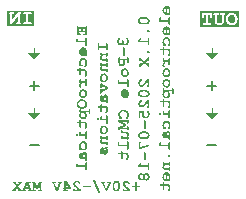
<source format=gbo>
%TF.GenerationSoftware,KiCad,Pcbnew,8.0.9-8.0.9-0~ubuntu24.04.1*%
%TF.CreationDate,2025-07-21T09:14:06-04:00*%
%TF.ProjectId,cap_multiplier_tile,6361705f-6d75-46c7-9469-706c6965725f,0.1.X*%
%TF.SameCoordinates,Original*%
%TF.FileFunction,Legend,Bot*%
%TF.FilePolarity,Positive*%
%FSLAX46Y46*%
G04 Gerber Fmt 4.6, Leading zero omitted, Abs format (unit mm)*
G04 Created by KiCad (PCBNEW 8.0.9-8.0.9-0~ubuntu24.04.1) date 2025-07-21 09:14:06*
%MOMM*%
%LPD*%
G01*
G04 APERTURE LIST*
%ADD10C,0.100000*%
%ADD11C,0.000000*%
%ADD12C,0.250000*%
%ADD13C,0.150000*%
%ADD14C,0.200000*%
G04 APERTURE END LIST*
D10*
X7488094Y-1200000D02*
X7488094Y-800000D01*
D11*
G36*
X7488094Y3300000D02*
G01*
X6988094Y3900000D01*
X7988094Y3900000D01*
X7488094Y3300000D01*
G37*
D10*
X-7550000Y3900000D02*
X-7550000Y4300000D01*
D11*
G36*
X-7550000Y-1800000D02*
G01*
X-8050000Y-1200000D01*
X-7050000Y-1200000D01*
X-7550000Y-1800000D01*
G37*
G36*
X7488094Y-1800000D02*
G01*
X6988094Y-1200000D01*
X7988094Y-1200000D01*
X7488094Y-1800000D01*
G37*
G36*
X-7550000Y3300000D02*
G01*
X-8050000Y3900000D01*
X-7050000Y3900000D01*
X-7550000Y3300000D01*
G37*
D10*
X7488094Y3900000D02*
X7488094Y4300000D01*
X-7550000Y-1200000D02*
X-7550000Y-800000D01*
D12*
G36*
X-3414102Y5433255D02*
G01*
X-3398427Y5482465D01*
X-3351221Y5504448D01*
X-3315623Y5506858D01*
X-3239199Y5506858D01*
X-3239199Y5883078D01*
X-3453339Y5883078D01*
X-3453339Y5758184D01*
X-3442824Y5758184D01*
X-3391229Y5753311D01*
X-3348031Y5725249D01*
X-3338447Y5684838D01*
X-3355122Y5636115D01*
X-3402237Y5614995D01*
X-3435387Y5612774D01*
X-3601570Y5612774D01*
X-3653879Y5619810D01*
X-3694387Y5654733D01*
X-3700049Y5686120D01*
X-3682819Y5735406D01*
X-3634806Y5756107D01*
X-3601570Y5758184D01*
X-3598749Y5758184D01*
X-3598749Y5883078D01*
X-3798528Y5883078D01*
X-3798528Y5539171D01*
X-3727746Y5539171D01*
X-3675420Y5533437D01*
X-3632851Y5499350D01*
X-3626703Y5465569D01*
X-3643121Y5415877D01*
X-3690713Y5394457D01*
X-3725181Y5392223D01*
X-3945733Y5392223D01*
X-3945733Y6052338D01*
X-3939641Y6104226D01*
X-3905295Y6143805D01*
X-3872130Y6149278D01*
X-3822357Y6132941D01*
X-3800794Y6086002D01*
X-3798528Y6052338D01*
X-3798528Y6030283D01*
X-3239199Y6030283D01*
X-3239199Y6052338D01*
X-3232207Y6105550D01*
X-3195340Y6144727D01*
X-3165597Y6149278D01*
X-3117383Y6131679D01*
X-3094140Y6080139D01*
X-3092250Y6052338D01*
X-3092250Y5359909D01*
X-3315623Y5359909D01*
X-3369998Y5366888D01*
X-3409541Y5403631D01*
X-3414102Y5433255D01*
G37*
G36*
X-3937013Y5132947D02*
G01*
X-3887322Y5116123D01*
X-3865902Y5068320D01*
X-3863667Y5034468D01*
X-3863667Y4919576D01*
X-3239199Y4919576D01*
X-3239199Y5099095D01*
X-3233107Y5150983D01*
X-3198761Y5190562D01*
X-3165597Y5196035D01*
X-3117383Y5178435D01*
X-3094140Y5126895D01*
X-3092250Y5099095D01*
X-3092250Y4593365D01*
X-3099287Y4541293D01*
X-3134210Y4501644D01*
X-3165597Y4496169D01*
X-3216046Y4513331D01*
X-3237106Y4560800D01*
X-3239199Y4593365D01*
X-3239199Y4772627D01*
X-4010616Y4772627D01*
X-4010616Y5034468D01*
X-4004882Y5086777D01*
X-3970794Y5127285D01*
X-3937013Y5132947D01*
G37*
G36*
X-3353314Y4353277D02*
G01*
X-3289229Y4335389D01*
X-3231473Y4304378D01*
X-3181150Y4261333D01*
X-3139363Y4207340D01*
X-3114288Y4160316D01*
X-3095101Y4108205D01*
X-3082265Y4051467D01*
X-3076248Y3990560D01*
X-3075837Y3969410D01*
X-3077744Y3910180D01*
X-3082528Y3852216D01*
X-3090865Y3790314D01*
X-3103364Y3729521D01*
X-3120630Y3674881D01*
X-3149843Y3622923D01*
X-3197654Y3597551D01*
X-3247181Y3617907D01*
X-3266896Y3668076D01*
X-3258391Y3720976D01*
X-3244841Y3772934D01*
X-3233017Y3829204D01*
X-3225680Y3886796D01*
X-3222913Y3941196D01*
X-3222786Y3956075D01*
X-3225548Y4013034D01*
X-3236267Y4071650D01*
X-3255257Y4119913D01*
X-3288134Y4163515D01*
X-3332866Y4193863D01*
X-3340242Y4197142D01*
X-3340242Y3597551D01*
X-3397688Y3597551D01*
X-3453165Y3601725D01*
X-3505321Y3613905D01*
X-3553691Y3633575D01*
X-3597807Y3660221D01*
X-3637204Y3693328D01*
X-3671414Y3732382D01*
X-3699971Y3776867D01*
X-3722408Y3826268D01*
X-3738260Y3880072D01*
X-3747058Y3937764D01*
X-3748720Y3976848D01*
X-3601570Y3976848D01*
X-3596306Y3919016D01*
X-3581095Y3867443D01*
X-3551940Y3817254D01*
X-3511820Y3780160D01*
X-3469752Y3760656D01*
X-3469752Y4192783D01*
X-3517554Y4169493D01*
X-3556170Y4130419D01*
X-3583926Y4078331D01*
X-3597802Y4025426D01*
X-3601570Y3976848D01*
X-3748720Y3976848D01*
X-3748775Y3978130D01*
X-3744907Y4037088D01*
X-3733652Y4092842D01*
X-3715535Y4144826D01*
X-3691082Y4192472D01*
X-3660816Y4235214D01*
X-3625264Y4272485D01*
X-3570544Y4312690D01*
X-3508602Y4340818D01*
X-3458154Y4353180D01*
X-3404869Y4357427D01*
X-3353314Y4353277D01*
G37*
G36*
X-3538482Y2730989D02*
G01*
X-3651579Y2730989D01*
X-3704123Y2737584D01*
X-3744450Y2773452D01*
X-3748775Y2801514D01*
X-3726584Y2848134D01*
X-3704665Y2857422D01*
X-3725913Y2908995D01*
X-3739023Y2960050D01*
X-3746645Y3016009D01*
X-3748775Y3068997D01*
X-3744969Y3129603D01*
X-3733848Y3186211D01*
X-3715863Y3238390D01*
X-3691461Y3285714D01*
X-3661091Y3327754D01*
X-3612092Y3374846D01*
X-3554345Y3410765D01*
X-3505935Y3429761D01*
X-3453652Y3441474D01*
X-3397945Y3445473D01*
X-3344417Y3441440D01*
X-3289300Y3428114D01*
X-3235283Y3403657D01*
X-3185055Y3366228D01*
X-3141307Y3313990D01*
X-3114366Y3263985D01*
X-3093718Y3203839D01*
X-3080497Y3132776D01*
X-3076369Y3078952D01*
X-3075837Y3050019D01*
X-3077717Y2990282D01*
X-3083139Y2935294D01*
X-3095314Y2869790D01*
X-3112435Y2813750D01*
X-3139613Y2757896D01*
X-3178710Y2713197D01*
X-3229967Y2694316D01*
X-3278634Y2713725D01*
X-3302165Y2760330D01*
X-3302544Y2767662D01*
X-3280750Y2816100D01*
X-3251580Y2861948D01*
X-3232566Y2922453D01*
X-3224758Y2982168D01*
X-3222786Y3039761D01*
X-3225516Y3100212D01*
X-3233709Y3152681D01*
X-3251644Y3207006D01*
X-3284463Y3255617D01*
X-3329626Y3286065D01*
X-3387153Y3298270D01*
X-3397945Y3298524D01*
X-3451700Y3292102D01*
X-3507346Y3268320D01*
X-3551679Y3228487D01*
X-3578723Y3184165D01*
X-3595690Y3130699D01*
X-3601570Y3068997D01*
X-3598590Y3017330D01*
X-3588599Y2966948D01*
X-3568033Y2916954D01*
X-3565923Y2913329D01*
X-3519629Y2882923D01*
X-3470376Y2865008D01*
X-3442254Y2820233D01*
X-3441286Y2804592D01*
X-3458448Y2754143D01*
X-3505917Y2733083D01*
X-3538482Y2730989D01*
G37*
G36*
X-3304339Y2329124D02*
G01*
X-3585157Y2329124D01*
X-3585157Y2062924D01*
X-3592960Y2008359D01*
X-3630159Y1970271D01*
X-3658760Y1965984D01*
X-3708532Y1981915D01*
X-3730096Y2028644D01*
X-3732362Y2062924D01*
X-3732362Y2329124D01*
X-3863667Y2329124D01*
X-3916318Y2335146D01*
X-3956571Y2369337D01*
X-3962146Y2402470D01*
X-3944713Y2452919D01*
X-3896595Y2473980D01*
X-3863667Y2476073D01*
X-3732362Y2476073D01*
X-3732362Y2527620D01*
X-3726270Y2579509D01*
X-3691924Y2619088D01*
X-3658760Y2624560D01*
X-3609663Y2608223D01*
X-3587596Y2561284D01*
X-3585157Y2527620D01*
X-3585157Y2476073D01*
X-3277155Y2476073D01*
X-3222695Y2468586D01*
X-3175688Y2446754D01*
X-3136861Y2411522D01*
X-3106943Y2363836D01*
X-3086660Y2304641D01*
X-3077860Y2249633D01*
X-3075837Y2204231D01*
X-3079438Y2144723D01*
X-3087393Y2090272D01*
X-3099714Y2034068D01*
X-3116270Y1980107D01*
X-3136928Y1932387D01*
X-3168318Y1887602D01*
X-3213810Y1865967D01*
X-3263131Y1884007D01*
X-3287061Y1932792D01*
X-3287156Y1936492D01*
X-3272227Y1987292D01*
X-3248968Y2041416D01*
X-3232844Y2097590D01*
X-3224377Y2158602D01*
X-3222786Y2202692D01*
X-3225653Y2254738D01*
X-3243174Y2306684D01*
X-3289764Y2328597D01*
X-3304339Y2329124D01*
G37*
G36*
X-3748775Y1108399D02*
G01*
X-3743470Y1160487D01*
X-3725181Y1213898D01*
X-3700804Y1259206D01*
X-3672300Y1302878D01*
X-3635422Y1353826D01*
X-3732362Y1353826D01*
X-3732362Y1552322D01*
X-3724486Y1603443D01*
X-3689518Y1643203D01*
X-3658760Y1649262D01*
X-3608166Y1631077D01*
X-3587159Y1582505D01*
X-3585157Y1552322D01*
X-3585157Y1500775D01*
X-3239199Y1500775D01*
X-3239199Y1586174D01*
X-3233107Y1638063D01*
X-3198761Y1677641D01*
X-3165597Y1683114D01*
X-3115096Y1664477D01*
X-3094228Y1615786D01*
X-3092250Y1586174D01*
X-3092250Y1149431D01*
X-3098630Y1098375D01*
X-3133080Y1056931D01*
X-3165597Y1050953D01*
X-3215369Y1067371D01*
X-3236933Y1114963D01*
X-3239199Y1149431D01*
X-3239199Y1353826D01*
X-3453852Y1353826D01*
X-3492597Y1305198D01*
X-3524537Y1263554D01*
X-3555664Y1219984D01*
X-3584584Y1171753D01*
X-3601151Y1120143D01*
X-3601570Y1111220D01*
X-3582683Y1063257D01*
X-3552686Y1017285D01*
X-3549253Y996584D01*
X-3568588Y947452D01*
X-3616028Y923371D01*
X-3623625Y922982D01*
X-3671743Y941170D01*
X-3707212Y980157D01*
X-3733385Y1031416D01*
X-3747299Y1086103D01*
X-3748775Y1108399D01*
G37*
G36*
X-3361160Y815310D02*
G01*
X-3296781Y796850D01*
X-3238017Y765206D01*
X-3186235Y721830D01*
X-3152803Y682472D01*
X-3124644Y637943D01*
X-3102336Y588857D01*
X-3086456Y535825D01*
X-3077579Y479460D01*
X-3075837Y440333D01*
X-3079724Y382027D01*
X-3090999Y326669D01*
X-3109087Y274867D01*
X-3133409Y227231D01*
X-3163389Y184369D01*
X-3198451Y146890D01*
X-3252107Y106342D01*
X-3312403Y77887D01*
X-3377972Y62969D01*
X-3412306Y61036D01*
X-3479484Y68637D01*
X-3542345Y90445D01*
X-3599460Y124964D01*
X-3649399Y170703D01*
X-3681283Y211471D01*
X-3707721Y257079D01*
X-3728111Y306897D01*
X-3741849Y360296D01*
X-3748331Y416644D01*
X-3748775Y435974D01*
X-3748693Y437256D01*
X-3601570Y437256D01*
X-3595666Y379593D01*
X-3578903Y327488D01*
X-3552709Y282666D01*
X-3510835Y240923D01*
X-3459898Y215136D01*
X-3412306Y207985D01*
X-3355105Y218219D01*
X-3305345Y247015D01*
X-3265329Y291513D01*
X-3241087Y338524D01*
X-3226543Y392798D01*
X-3222786Y440333D01*
X-3228612Y499208D01*
X-3245202Y552119D01*
X-3271224Y597423D01*
X-3313024Y639432D01*
X-3364184Y665280D01*
X-3412306Y672425D01*
X-3469960Y662194D01*
X-3519750Y633314D01*
X-3559545Y588502D01*
X-3583537Y540950D01*
X-3597877Y485796D01*
X-3601570Y437256D01*
X-3748693Y437256D01*
X-3744950Y495691D01*
X-3733833Y552136D01*
X-3715963Y604739D01*
X-3691880Y652934D01*
X-3662121Y696153D01*
X-3627227Y733826D01*
X-3573642Y774450D01*
X-3513162Y802860D01*
X-3447063Y817711D01*
X-3412306Y819630D01*
X-3361160Y815310D01*
G37*
G36*
X-3452321Y-35500D02*
G01*
X-3388186Y-49213D01*
X-3327878Y-71217D01*
X-3272173Y-100815D01*
X-3221850Y-137313D01*
X-3177684Y-180013D01*
X-3140454Y-228221D01*
X-3110936Y-281239D01*
X-3089907Y-338372D01*
X-3078146Y-398923D01*
X-3075837Y-440846D01*
X-3080983Y-502644D01*
X-3095878Y-561755D01*
X-3119710Y-617437D01*
X-3151666Y-668951D01*
X-3190934Y-715555D01*
X-3236700Y-756510D01*
X-3288152Y-791074D01*
X-3344478Y-818508D01*
X-3404864Y-838071D01*
X-3468498Y-849023D01*
X-3512324Y-851174D01*
X-3580093Y-847518D01*
X-3640920Y-837098D01*
X-3695159Y-820735D01*
X-3743165Y-799250D01*
X-3804263Y-759215D01*
X-3853332Y-712276D01*
X-3891567Y-661203D01*
X-3920167Y-608769D01*
X-3940328Y-557744D01*
X-3956151Y-496695D01*
X-3962146Y-440846D01*
X-3814941Y-440846D01*
X-3808864Y-493974D01*
X-3791431Y-543412D01*
X-3763833Y-588113D01*
X-3727265Y-627032D01*
X-3682919Y-659123D01*
X-3631988Y-683340D01*
X-3575666Y-698637D01*
X-3515145Y-703969D01*
X-3457079Y-698511D01*
X-3402601Y-682907D01*
X-3352992Y-658312D01*
X-3309532Y-625878D01*
X-3273501Y-586761D01*
X-3246180Y-542114D01*
X-3228848Y-493091D01*
X-3222786Y-440846D01*
X-3228856Y-388160D01*
X-3246248Y-338929D01*
X-3273731Y-294255D01*
X-3310077Y-255237D01*
X-3354056Y-222974D01*
X-3404440Y-198568D01*
X-3459999Y-183118D01*
X-3519505Y-177723D01*
X-3578586Y-183118D01*
X-3633827Y-198568D01*
X-3683983Y-222974D01*
X-3727810Y-255237D01*
X-3764063Y-294255D01*
X-3791499Y-338929D01*
X-3808873Y-388160D01*
X-3814941Y-440846D01*
X-3962146Y-440846D01*
X-3956989Y-378402D01*
X-3942042Y-318913D01*
X-3918092Y-263075D01*
X-3885925Y-211583D01*
X-3846325Y-165134D01*
X-3800081Y-124423D01*
X-3747977Y-90148D01*
X-3690800Y-63004D01*
X-3629336Y-43686D01*
X-3564371Y-32892D01*
X-3519505Y-30775D01*
X-3452321Y-35500D01*
G37*
G36*
X-2821157Y-897516D02*
G01*
X-2799593Y-944456D01*
X-2797327Y-978119D01*
X-2797327Y-1233805D01*
X-2805131Y-1287887D01*
X-2842329Y-1326581D01*
X-2870930Y-1331001D01*
X-2920703Y-1315800D01*
X-2942904Y-1264678D01*
X-2944532Y-1233805D01*
X-2944532Y-1148662D01*
X-3190986Y-1148662D01*
X-3161485Y-1190629D01*
X-3135922Y-1238232D01*
X-3117437Y-1293447D01*
X-3109782Y-1344856D01*
X-3108664Y-1376394D01*
X-3112113Y-1432405D01*
X-3122166Y-1485143D01*
X-3138379Y-1534118D01*
X-3168817Y-1592723D01*
X-3208372Y-1642614D01*
X-3255995Y-1682635D01*
X-3310638Y-1711629D01*
X-3371252Y-1728438D01*
X-3420000Y-1732353D01*
X-3487509Y-1725373D01*
X-3549810Y-1705217D01*
X-3605734Y-1673064D01*
X-3654111Y-1630092D01*
X-3693773Y-1577479D01*
X-3723551Y-1516402D01*
X-3738694Y-1465750D01*
X-3747126Y-1411497D01*
X-3748775Y-1373573D01*
X-3748403Y-1367674D01*
X-3601570Y-1367674D01*
X-3596283Y-1425590D01*
X-3581212Y-1476070D01*
X-3551882Y-1525458D01*
X-3512219Y-1561052D01*
X-3464274Y-1581168D01*
X-3429341Y-1585078D01*
X-3375964Y-1575913D01*
X-3330019Y-1549675D01*
X-3293636Y-1508635D01*
X-3268539Y-1454993D01*
X-3257490Y-1402254D01*
X-3255612Y-1367674D01*
X-3260768Y-1310086D01*
X-3275592Y-1259490D01*
X-3304788Y-1209602D01*
X-3344857Y-1173373D01*
X-3394136Y-1152761D01*
X-3431284Y-1148662D01*
X-3481854Y-1157402D01*
X-3533090Y-1188376D01*
X-3567686Y-1231088D01*
X-3591217Y-1287199D01*
X-3600689Y-1343154D01*
X-3601570Y-1367674D01*
X-3748403Y-1367674D01*
X-3745235Y-1317508D01*
X-3734003Y-1267455D01*
X-3710570Y-1214370D01*
X-3679763Y-1168686D01*
X-3663376Y-1148662D01*
X-3732362Y-1148662D01*
X-3732362Y-978119D01*
X-3724965Y-923554D01*
X-3687931Y-885466D01*
X-3658760Y-881179D01*
X-3608987Y-897111D01*
X-3587423Y-943839D01*
X-3585157Y-978119D01*
X-3585157Y-1001713D01*
X-2944532Y-1001713D01*
X-2944532Y-978119D01*
X-2937135Y-923554D01*
X-2900102Y-885466D01*
X-2870930Y-881179D01*
X-2821157Y-897516D01*
G37*
G36*
X-3304339Y-2076772D02*
G01*
X-3585157Y-2076772D01*
X-3585157Y-2342973D01*
X-3592960Y-2397537D01*
X-3630159Y-2435626D01*
X-3658760Y-2439913D01*
X-3708532Y-2423981D01*
X-3730096Y-2377253D01*
X-3732362Y-2342973D01*
X-3732362Y-2076772D01*
X-3863667Y-2076772D01*
X-3916318Y-2070750D01*
X-3956571Y-2036559D01*
X-3962146Y-2003426D01*
X-3944713Y-1952977D01*
X-3896595Y-1931917D01*
X-3863667Y-1929824D01*
X-3732362Y-1929824D01*
X-3732362Y-1878276D01*
X-3726270Y-1826388D01*
X-3691924Y-1786809D01*
X-3658760Y-1781336D01*
X-3609663Y-1797673D01*
X-3587596Y-1844613D01*
X-3585157Y-1878276D01*
X-3585157Y-1929824D01*
X-3277155Y-1929824D01*
X-3222695Y-1937311D01*
X-3175688Y-1959143D01*
X-3136861Y-1994374D01*
X-3106943Y-2042060D01*
X-3086660Y-2101256D01*
X-3077860Y-2156264D01*
X-3075837Y-2201666D01*
X-3079438Y-2261174D01*
X-3087393Y-2315625D01*
X-3099714Y-2371829D01*
X-3116270Y-2425790D01*
X-3136928Y-2473510D01*
X-3168318Y-2518295D01*
X-3213810Y-2539930D01*
X-3263131Y-2521889D01*
X-3287061Y-2473105D01*
X-3287156Y-2469405D01*
X-3272227Y-2418605D01*
X-3248968Y-2364481D01*
X-3232844Y-2308307D01*
X-3224377Y-2247295D01*
X-3222786Y-2203205D01*
X-3225653Y-2151159D01*
X-3243174Y-2099212D01*
X-3289764Y-2077299D01*
X-3304339Y-2076772D01*
G37*
G36*
X-3165597Y-3434445D02*
G01*
X-3216046Y-3417283D01*
X-3237106Y-3369814D01*
X-3239199Y-3337249D01*
X-3239199Y-3157987D01*
X-3732362Y-3157987D01*
X-3732362Y-2896146D01*
X-3726926Y-2845090D01*
X-3693054Y-2803645D01*
X-3658760Y-2797667D01*
X-3609663Y-2814491D01*
X-3587596Y-2862294D01*
X-3585157Y-2896146D01*
X-3585157Y-3011038D01*
X-3239199Y-3011038D01*
X-3239199Y-2831519D01*
X-3233107Y-2779631D01*
X-3198761Y-2740052D01*
X-3165597Y-2734579D01*
X-3117383Y-2752179D01*
X-3094140Y-2803719D01*
X-3092250Y-2831519D01*
X-3092250Y-3337249D01*
X-3099287Y-3389321D01*
X-3134210Y-3428970D01*
X-3165597Y-3434445D01*
G37*
G36*
X-4001383Y-3137470D02*
G01*
X-4001383Y-2963850D01*
X-3847254Y-2963850D01*
X-3847254Y-3137470D01*
X-4001383Y-3137470D01*
G37*
G36*
X-3538482Y-4318445D02*
G01*
X-3651579Y-4318445D01*
X-3704123Y-4311851D01*
X-3744450Y-4275982D01*
X-3748775Y-4247920D01*
X-3726584Y-4201301D01*
X-3704665Y-4192013D01*
X-3725913Y-4140439D01*
X-3739023Y-4089385D01*
X-3746645Y-4033426D01*
X-3748775Y-3980438D01*
X-3744969Y-3919832D01*
X-3733848Y-3863224D01*
X-3715863Y-3811044D01*
X-3691461Y-3763720D01*
X-3661091Y-3721681D01*
X-3612092Y-3674589D01*
X-3554345Y-3638670D01*
X-3505935Y-3619673D01*
X-3453652Y-3607961D01*
X-3397945Y-3603962D01*
X-3344417Y-3607995D01*
X-3289300Y-3621321D01*
X-3235283Y-3645778D01*
X-3185055Y-3683206D01*
X-3141307Y-3735445D01*
X-3114366Y-3785450D01*
X-3093718Y-3845596D01*
X-3080497Y-3916659D01*
X-3076369Y-3970483D01*
X-3075837Y-3999415D01*
X-3077717Y-4059153D01*
X-3083139Y-4114141D01*
X-3095314Y-4179645D01*
X-3112435Y-4235685D01*
X-3139613Y-4291538D01*
X-3178710Y-4336238D01*
X-3229967Y-4355119D01*
X-3278634Y-4335709D01*
X-3302165Y-4289105D01*
X-3302544Y-4281772D01*
X-3280750Y-4233335D01*
X-3251580Y-4187486D01*
X-3232566Y-4126982D01*
X-3224758Y-4067267D01*
X-3222786Y-4009674D01*
X-3225516Y-3949222D01*
X-3233709Y-3896753D01*
X-3251644Y-3842429D01*
X-3284463Y-3793818D01*
X-3329626Y-3763370D01*
X-3387153Y-3751165D01*
X-3397945Y-3750911D01*
X-3451700Y-3757333D01*
X-3507346Y-3781115D01*
X-3551679Y-3820948D01*
X-3578723Y-3865269D01*
X-3595690Y-3918736D01*
X-3601570Y-3980438D01*
X-3598590Y-4032104D01*
X-3588599Y-4082487D01*
X-3568033Y-4132481D01*
X-3565923Y-4136106D01*
X-3519629Y-4166512D01*
X-3470376Y-4184427D01*
X-3442254Y-4229202D01*
X-3441286Y-4244843D01*
X-3458448Y-4295292D01*
X-3505917Y-4316352D01*
X-3538482Y-4318445D01*
G37*
G36*
X-3214854Y-4479409D02*
G01*
X-3163318Y-4512846D01*
X-3127493Y-4554456D01*
X-3099883Y-4606290D01*
X-3082121Y-4666217D01*
X-3076097Y-4718555D01*
X-3075837Y-4732107D01*
X-3078737Y-4788855D01*
X-3087253Y-4844629D01*
X-3101112Y-4898382D01*
X-3120040Y-4949069D01*
X-3133027Y-4976253D01*
X-3092250Y-4976253D01*
X-3092250Y-5148077D01*
X-3099973Y-5202723D01*
X-3137020Y-5240963D01*
X-3165597Y-5245274D01*
X-3214693Y-5229667D01*
X-3236761Y-5183005D01*
X-3239199Y-5148077D01*
X-3239199Y-5124740D01*
X-3537456Y-5124740D01*
X-3594797Y-5116899D01*
X-3644197Y-5093943D01*
X-3684928Y-5056724D01*
X-3716264Y-5006092D01*
X-3734077Y-4956501D01*
X-3745039Y-4899308D01*
X-3748775Y-4834946D01*
X-3746836Y-4777298D01*
X-3741378Y-4725816D01*
X-3731278Y-4671817D01*
X-3715861Y-4615573D01*
X-3704665Y-4582081D01*
X-3670970Y-4543223D01*
X-3642859Y-4537971D01*
X-3593421Y-4556260D01*
X-3571137Y-4606218D01*
X-3571052Y-4610035D01*
X-3580708Y-4661877D01*
X-3593231Y-4717887D01*
X-3599568Y-4774871D01*
X-3601570Y-4839562D01*
X-3598642Y-4893919D01*
X-3583826Y-4947176D01*
X-3540355Y-4976127D01*
X-3536174Y-4976253D01*
X-3504117Y-4976253D01*
X-3512113Y-4923550D01*
X-3517314Y-4871995D01*
X-3518992Y-4823405D01*
X-3518527Y-4814429D01*
X-3383583Y-4814429D01*
X-3381635Y-4867546D01*
X-3376000Y-4923754D01*
X-3367940Y-4977535D01*
X-3291772Y-4977535D01*
X-3265440Y-4924348D01*
X-3245182Y-4871010D01*
X-3231256Y-4817809D01*
X-3223920Y-4765037D01*
X-3222786Y-4735185D01*
X-3229399Y-4681182D01*
X-3254164Y-4634125D01*
X-3278693Y-4623370D01*
X-3327226Y-4647538D01*
X-3358564Y-4695183D01*
X-3376848Y-4750941D01*
X-3383438Y-4805082D01*
X-3383583Y-4814429D01*
X-3518527Y-4814429D01*
X-3515898Y-4763662D01*
X-3506984Y-4708657D01*
X-3492798Y-4658638D01*
X-3466631Y-4600134D01*
X-3433370Y-4551527D01*
X-3394315Y-4513405D01*
X-3339332Y-4481396D01*
X-3279871Y-4467841D01*
X-3272319Y-4467596D01*
X-3214854Y-4479409D01*
G37*
G36*
X-3267666Y-4467446D02*
G01*
X-3272319Y-4467596D01*
X-3273051Y-4467446D01*
X-3267666Y-4467446D01*
G37*
G36*
X-3937013Y-5441205D02*
G01*
X-3887322Y-5458029D01*
X-3865902Y-5505832D01*
X-3863667Y-5539684D01*
X-3863667Y-5654576D01*
X-3239199Y-5654576D01*
X-3239199Y-5475057D01*
X-3233107Y-5423169D01*
X-3198761Y-5383590D01*
X-3165597Y-5378117D01*
X-3117383Y-5395717D01*
X-3094140Y-5447257D01*
X-3092250Y-5475057D01*
X-3092250Y-5980787D01*
X-3099287Y-6032859D01*
X-3134210Y-6072508D01*
X-3165597Y-6077983D01*
X-3216046Y-6060821D01*
X-3237106Y-6013352D01*
X-3239199Y-5980787D01*
X-3239199Y-5801525D01*
X-4010616Y-5801525D01*
X-4010616Y-5539684D01*
X-4004882Y-5487375D01*
X-3970794Y-5446867D01*
X-3937013Y-5441205D01*
G37*
G36*
X-1475199Y4183550D02*
G01*
X-1475199Y4332038D01*
X-2034528Y4332038D01*
X-2034528Y4183550D01*
X-2041925Y4128986D01*
X-2078958Y4090897D01*
X-2108130Y4086610D01*
X-2157903Y4102542D01*
X-2179467Y4149270D01*
X-2181733Y4183550D01*
X-2181733Y4627474D01*
X-2175641Y4679546D01*
X-2141295Y4719195D01*
X-2108130Y4724670D01*
X-2058357Y4708252D01*
X-2036794Y4661169D01*
X-2034528Y4627474D01*
X-2034528Y4478986D01*
X-1475199Y4478986D01*
X-1475199Y4627474D01*
X-1469107Y4679546D01*
X-1434761Y4719195D01*
X-1401597Y4724670D01*
X-1351162Y4704194D01*
X-1330192Y4655286D01*
X-1328250Y4627474D01*
X-1328250Y4183550D01*
X-1335499Y4132430D01*
X-1369688Y4092669D01*
X-1401597Y4086610D01*
X-1451369Y4102542D01*
X-1472933Y4149270D01*
X-1475199Y4183550D01*
G37*
G36*
X-1401597Y3931712D02*
G01*
X-1351096Y3913509D01*
X-1330228Y3864817D01*
X-1328250Y3834515D01*
X-1328250Y3669871D01*
X-1335567Y3616659D01*
X-1372448Y3577482D01*
X-1401597Y3572931D01*
X-1452046Y3590079D01*
X-1473106Y3637440D01*
X-1475199Y3669871D01*
X-1475199Y3678847D01*
X-1739091Y3678847D01*
X-1775606Y3641967D01*
X-1809819Y3597170D01*
X-1831180Y3548123D01*
X-1837570Y3494969D01*
X-1832738Y3442276D01*
X-1812021Y3394663D01*
X-1763747Y3365694D01*
X-1733193Y3362638D01*
X-1475199Y3362638D01*
X-1464353Y3416283D01*
X-1422173Y3450058D01*
X-1401597Y3452397D01*
X-1351635Y3433713D01*
X-1330068Y3382460D01*
X-1328250Y3353918D01*
X-1328250Y3223126D01*
X-1335973Y3168480D01*
X-1373020Y3130241D01*
X-1401597Y3125930D01*
X-1451130Y3143884D01*
X-1473286Y3190630D01*
X-1475199Y3215689D01*
X-1739091Y3215689D01*
X-1795667Y3220902D01*
X-1845099Y3235897D01*
X-1896656Y3266928D01*
X-1936618Y3309852D01*
X-1964743Y3362785D01*
X-1980793Y3423843D01*
X-1984775Y3477273D01*
X-1980271Y3533040D01*
X-1962564Y3587886D01*
X-1933141Y3634970D01*
X-1895016Y3678847D01*
X-1968362Y3678847D01*
X-1968362Y3817076D01*
X-1960540Y3869385D01*
X-1924945Y3909893D01*
X-1894760Y3915555D01*
X-1845723Y3897518D01*
X-1823584Y3850770D01*
X-1821157Y3825796D01*
X-1475199Y3825796D01*
X-1475199Y3834515D01*
X-1467802Y3888598D01*
X-1430768Y3927291D01*
X-1401597Y3931712D01*
G37*
G36*
X-1401597Y3050532D02*
G01*
X-1351096Y3032330D01*
X-1330228Y2983637D01*
X-1328250Y2953336D01*
X-1328250Y2788692D01*
X-1335567Y2735479D01*
X-1372448Y2696303D01*
X-1401597Y2691752D01*
X-1452046Y2708900D01*
X-1473106Y2756261D01*
X-1475199Y2788692D01*
X-1475199Y2797668D01*
X-1739091Y2797668D01*
X-1775606Y2760788D01*
X-1809819Y2715990D01*
X-1831180Y2666944D01*
X-1837570Y2613789D01*
X-1832738Y2561097D01*
X-1812021Y2513483D01*
X-1763747Y2484515D01*
X-1733193Y2481459D01*
X-1475199Y2481459D01*
X-1464353Y2535104D01*
X-1422173Y2568879D01*
X-1401597Y2571218D01*
X-1351635Y2552534D01*
X-1330068Y2501281D01*
X-1328250Y2472739D01*
X-1328250Y2341947D01*
X-1335973Y2287301D01*
X-1373020Y2249061D01*
X-1401597Y2244751D01*
X-1451130Y2262704D01*
X-1473286Y2309450D01*
X-1475199Y2334510D01*
X-1739091Y2334510D01*
X-1795667Y2339723D01*
X-1845099Y2354718D01*
X-1896656Y2385748D01*
X-1936618Y2428672D01*
X-1964743Y2481606D01*
X-1980793Y2542664D01*
X-1984775Y2596094D01*
X-1980271Y2651861D01*
X-1962564Y2706706D01*
X-1933141Y2753791D01*
X-1895016Y2797668D01*
X-1968362Y2797668D01*
X-1968362Y2935897D01*
X-1960540Y2988206D01*
X-1924945Y3028714D01*
X-1894760Y3034376D01*
X-1845723Y3016339D01*
X-1823584Y2969590D01*
X-1821157Y2944616D01*
X-1475199Y2944616D01*
X-1475199Y2953336D01*
X-1467802Y3007418D01*
X-1430768Y3046112D01*
X-1401597Y3050532D01*
G37*
G36*
X-1597160Y2137079D02*
G01*
X-1532781Y2118619D01*
X-1474017Y2086975D01*
X-1422235Y2043599D01*
X-1388803Y2004241D01*
X-1360644Y1959712D01*
X-1338336Y1910626D01*
X-1322456Y1857594D01*
X-1313579Y1801229D01*
X-1311837Y1762102D01*
X-1315724Y1703796D01*
X-1326999Y1648438D01*
X-1345087Y1596636D01*
X-1369409Y1549000D01*
X-1399389Y1506138D01*
X-1434451Y1468659D01*
X-1488107Y1428111D01*
X-1548403Y1399656D01*
X-1613972Y1384738D01*
X-1648306Y1382805D01*
X-1715484Y1390406D01*
X-1778345Y1412214D01*
X-1835460Y1446733D01*
X-1885399Y1492472D01*
X-1917283Y1533240D01*
X-1943721Y1578848D01*
X-1964111Y1628666D01*
X-1977849Y1682065D01*
X-1984331Y1738413D01*
X-1984775Y1757743D01*
X-1984693Y1759025D01*
X-1837570Y1759025D01*
X-1831666Y1701362D01*
X-1814903Y1649257D01*
X-1788709Y1604435D01*
X-1746835Y1562692D01*
X-1695898Y1536905D01*
X-1648306Y1529754D01*
X-1591105Y1539988D01*
X-1541345Y1568784D01*
X-1501329Y1613282D01*
X-1477087Y1660293D01*
X-1462543Y1714567D01*
X-1458786Y1762102D01*
X-1464612Y1820977D01*
X-1481202Y1873888D01*
X-1507224Y1919192D01*
X-1549024Y1961201D01*
X-1600184Y1987049D01*
X-1648306Y1994194D01*
X-1705960Y1983963D01*
X-1755750Y1955083D01*
X-1795545Y1910271D01*
X-1819537Y1862719D01*
X-1833877Y1807565D01*
X-1837570Y1759025D01*
X-1984693Y1759025D01*
X-1980950Y1817460D01*
X-1969833Y1873905D01*
X-1951963Y1926509D01*
X-1927880Y1974704D01*
X-1898121Y2017922D01*
X-1863227Y2055595D01*
X-1809642Y2096219D01*
X-1749162Y2124630D01*
X-1683063Y2139480D01*
X-1648306Y2141399D01*
X-1597160Y2137079D01*
G37*
G36*
X-1894760Y933753D02*
G01*
X-1944532Y949752D01*
X-1966096Y996515D01*
X-1968362Y1030693D01*
X-1968362Y1224829D01*
X-1960965Y1279394D01*
X-1923931Y1317482D01*
X-1894760Y1321769D01*
X-1844987Y1305432D01*
X-1823423Y1258493D01*
X-1821157Y1224829D01*
X-1821157Y1204313D01*
X-1328250Y958885D01*
X-1328250Y805782D01*
X-1821157Y560354D01*
X-1821157Y536760D01*
X-1828555Y482196D01*
X-1865588Y444108D01*
X-1894760Y439820D01*
X-1944532Y455819D01*
X-1966096Y502583D01*
X-1968362Y536760D01*
X-1968362Y735257D01*
X-1960965Y789903D01*
X-1923931Y828142D01*
X-1894760Y832453D01*
X-1844987Y816035D01*
X-1823423Y768952D01*
X-1821157Y735257D01*
X-1821157Y720639D01*
X-1506743Y877846D01*
X-1821157Y1038130D01*
X-1821157Y1030693D01*
X-1828555Y976128D01*
X-1865588Y938040D01*
X-1894760Y933753D01*
G37*
G36*
X-1450854Y367077D02*
G01*
X-1399318Y333641D01*
X-1363493Y292030D01*
X-1335883Y240196D01*
X-1318121Y180269D01*
X-1312097Y127932D01*
X-1311837Y114379D01*
X-1314737Y57632D01*
X-1323253Y1858D01*
X-1337112Y-51896D01*
X-1356040Y-102582D01*
X-1369027Y-129766D01*
X-1328250Y-129766D01*
X-1328250Y-301591D01*
X-1335973Y-356237D01*
X-1373020Y-394477D01*
X-1401597Y-398787D01*
X-1450693Y-383181D01*
X-1472761Y-336519D01*
X-1475199Y-301591D01*
X-1475199Y-278254D01*
X-1773456Y-278254D01*
X-1830797Y-270412D01*
X-1880197Y-247457D01*
X-1920928Y-210237D01*
X-1952264Y-159606D01*
X-1970077Y-110015D01*
X-1981039Y-52821D01*
X-1984775Y11541D01*
X-1982836Y69189D01*
X-1977378Y120670D01*
X-1967278Y174669D01*
X-1951861Y230913D01*
X-1940665Y264405D01*
X-1906970Y303263D01*
X-1878859Y308515D01*
X-1829421Y290226D01*
X-1807137Y240268D01*
X-1807052Y236452D01*
X-1816708Y184610D01*
X-1829231Y128599D01*
X-1835568Y71615D01*
X-1837570Y6924D01*
X-1834642Y-47433D01*
X-1819826Y-100690D01*
X-1776355Y-129640D01*
X-1772174Y-129766D01*
X-1740117Y-129766D01*
X-1748113Y-77063D01*
X-1753314Y-25508D01*
X-1754992Y23081D01*
X-1754527Y32057D01*
X-1619583Y32057D01*
X-1617635Y-21060D01*
X-1612000Y-77268D01*
X-1603940Y-131048D01*
X-1527772Y-131048D01*
X-1501440Y-77862D01*
X-1481182Y-24523D01*
X-1467256Y28677D01*
X-1459920Y81450D01*
X-1458786Y111302D01*
X-1465399Y165304D01*
X-1490164Y212361D01*
X-1514693Y223116D01*
X-1563226Y198948D01*
X-1594564Y151304D01*
X-1612848Y95546D01*
X-1619438Y41405D01*
X-1619583Y32057D01*
X-1754527Y32057D01*
X-1751898Y82825D01*
X-1742984Y137830D01*
X-1728798Y187848D01*
X-1702631Y246352D01*
X-1669370Y294959D01*
X-1630315Y333081D01*
X-1575332Y365091D01*
X-1515871Y378645D01*
X-1508317Y378891D01*
X-1450854Y367077D01*
G37*
G36*
X-1503666Y379041D02*
G01*
X-1508317Y378891D01*
X-1509051Y379041D01*
X-1503666Y379041D01*
G37*
G36*
X-1540339Y-755003D02*
G01*
X-1821157Y-755003D01*
X-1821157Y-1021204D01*
X-1828960Y-1075768D01*
X-1866159Y-1113857D01*
X-1894760Y-1118144D01*
X-1944532Y-1102212D01*
X-1966096Y-1055484D01*
X-1968362Y-1021204D01*
X-1968362Y-755003D01*
X-2099667Y-755003D01*
X-2152318Y-748981D01*
X-2192571Y-714790D01*
X-2198146Y-681657D01*
X-2180713Y-631208D01*
X-2132595Y-610148D01*
X-2099667Y-608055D01*
X-1968362Y-608055D01*
X-1968362Y-556507D01*
X-1962270Y-504619D01*
X-1927924Y-465040D01*
X-1894760Y-459567D01*
X-1845663Y-475904D01*
X-1823596Y-522844D01*
X-1821157Y-556507D01*
X-1821157Y-608055D01*
X-1513155Y-608055D01*
X-1458695Y-615542D01*
X-1411688Y-637374D01*
X-1372861Y-672605D01*
X-1342943Y-720291D01*
X-1322660Y-779487D01*
X-1313860Y-834495D01*
X-1311837Y-879897D01*
X-1315438Y-939405D01*
X-1323393Y-993856D01*
X-1335714Y-1050060D01*
X-1352270Y-1104021D01*
X-1372928Y-1151741D01*
X-1404318Y-1196526D01*
X-1449810Y-1218161D01*
X-1499131Y-1200120D01*
X-1523061Y-1151336D01*
X-1523156Y-1147636D01*
X-1508227Y-1096836D01*
X-1484968Y-1042712D01*
X-1468844Y-986538D01*
X-1460377Y-925526D01*
X-1458786Y-881436D01*
X-1461653Y-829390D01*
X-1479174Y-777443D01*
X-1525764Y-755530D01*
X-1540339Y-755003D01*
G37*
G36*
X-1401597Y-2112676D02*
G01*
X-1452046Y-2095514D01*
X-1473106Y-2048045D01*
X-1475199Y-2015480D01*
X-1475199Y-1836218D01*
X-1968362Y-1836218D01*
X-1968362Y-1574377D01*
X-1962926Y-1523321D01*
X-1929054Y-1481876D01*
X-1894760Y-1475898D01*
X-1845663Y-1492722D01*
X-1823596Y-1540525D01*
X-1821157Y-1574377D01*
X-1821157Y-1689269D01*
X-1475199Y-1689269D01*
X-1475199Y-1509750D01*
X-1469107Y-1457862D01*
X-1434761Y-1418283D01*
X-1401597Y-1412810D01*
X-1353383Y-1430410D01*
X-1330140Y-1481950D01*
X-1328250Y-1509750D01*
X-1328250Y-2015480D01*
X-1335287Y-2067552D01*
X-1370210Y-2107201D01*
X-1401597Y-2112676D01*
G37*
G36*
X-2237383Y-1815701D02*
G01*
X-2237383Y-1642081D01*
X-2083254Y-1642081D01*
X-2083254Y-1815701D01*
X-2237383Y-1815701D01*
G37*
G36*
X-1597160Y-2268818D02*
G01*
X-1532781Y-2287278D01*
X-1474017Y-2318922D01*
X-1422235Y-2362298D01*
X-1388803Y-2401656D01*
X-1360644Y-2446184D01*
X-1338336Y-2495271D01*
X-1322456Y-2548303D01*
X-1313579Y-2604668D01*
X-1311837Y-2643794D01*
X-1315724Y-2702101D01*
X-1326999Y-2757459D01*
X-1345087Y-2809260D01*
X-1369409Y-2856896D01*
X-1399389Y-2899758D01*
X-1434451Y-2937238D01*
X-1488107Y-2977786D01*
X-1548403Y-3006240D01*
X-1613972Y-3021159D01*
X-1648306Y-3023091D01*
X-1715484Y-3015490D01*
X-1778345Y-2993683D01*
X-1835460Y-2959163D01*
X-1885399Y-2913425D01*
X-1917283Y-2872657D01*
X-1943721Y-2827049D01*
X-1964111Y-2777230D01*
X-1977849Y-2723832D01*
X-1984331Y-2667484D01*
X-1984775Y-2648154D01*
X-1984693Y-2646872D01*
X-1837570Y-2646872D01*
X-1831666Y-2704535D01*
X-1814903Y-2756640D01*
X-1788709Y-2801462D01*
X-1746835Y-2843204D01*
X-1695898Y-2868992D01*
X-1648306Y-2876143D01*
X-1591105Y-2865908D01*
X-1541345Y-2837112D01*
X-1501329Y-2792615D01*
X-1477087Y-2745603D01*
X-1462543Y-2691330D01*
X-1458786Y-2643794D01*
X-1464612Y-2584920D01*
X-1481202Y-2532009D01*
X-1507224Y-2486705D01*
X-1549024Y-2444696D01*
X-1600184Y-2418848D01*
X-1648306Y-2411703D01*
X-1705960Y-2421934D01*
X-1755750Y-2450814D01*
X-1795545Y-2495626D01*
X-1819537Y-2543177D01*
X-1833877Y-2598332D01*
X-1837570Y-2646872D01*
X-1984693Y-2646872D01*
X-1980950Y-2588437D01*
X-1969833Y-2531992D01*
X-1951963Y-2479388D01*
X-1927880Y-2431193D01*
X-1898121Y-2387975D01*
X-1863227Y-2350302D01*
X-1809642Y-2309678D01*
X-1749162Y-2281267D01*
X-1683063Y-2266417D01*
X-1648306Y-2264497D01*
X-1597160Y-2268818D01*
G37*
G36*
X-1401597Y-3117723D02*
G01*
X-1351096Y-3135926D01*
X-1330228Y-3184618D01*
X-1328250Y-3214920D01*
X-1328250Y-3379564D01*
X-1335567Y-3432776D01*
X-1372448Y-3471953D01*
X-1401597Y-3476504D01*
X-1452046Y-3459355D01*
X-1473106Y-3411995D01*
X-1475199Y-3379564D01*
X-1475199Y-3370588D01*
X-1739091Y-3370588D01*
X-1775606Y-3407468D01*
X-1809819Y-3452265D01*
X-1831180Y-3501312D01*
X-1837570Y-3554466D01*
X-1832738Y-3607158D01*
X-1812021Y-3654772D01*
X-1763747Y-3683740D01*
X-1733193Y-3686797D01*
X-1475199Y-3686797D01*
X-1464353Y-3633152D01*
X-1422173Y-3599377D01*
X-1401597Y-3597038D01*
X-1351635Y-3615721D01*
X-1330068Y-3666975D01*
X-1328250Y-3695516D01*
X-1328250Y-3826308D01*
X-1335973Y-3880954D01*
X-1373020Y-3919194D01*
X-1401597Y-3923505D01*
X-1451130Y-3905551D01*
X-1473286Y-3858805D01*
X-1475199Y-3833746D01*
X-1739091Y-3833746D01*
X-1795667Y-3828533D01*
X-1845099Y-3813538D01*
X-1896656Y-3782507D01*
X-1936618Y-3739583D01*
X-1964743Y-3686650D01*
X-1980793Y-3625592D01*
X-1984775Y-3572161D01*
X-1980271Y-3516395D01*
X-1962564Y-3461549D01*
X-1933141Y-3414464D01*
X-1895016Y-3370588D01*
X-1968362Y-3370588D01*
X-1968362Y-3232359D01*
X-1960540Y-3180050D01*
X-1924945Y-3139541D01*
X-1894760Y-3133880D01*
X-1845723Y-3151916D01*
X-1823584Y-3198665D01*
X-1821157Y-3223639D01*
X-1475199Y-3223639D01*
X-1475199Y-3214920D01*
X-1467802Y-3160837D01*
X-1430768Y-3122144D01*
X-1401597Y-3117723D01*
G37*
G36*
X-1833210Y-4709026D02*
G01*
X-1887579Y-4709026D01*
X-1940123Y-4702479D01*
X-1980450Y-4667297D01*
X-1984775Y-4640040D01*
X-1955986Y-4597362D01*
X-1946307Y-4592852D01*
X-1965350Y-4543674D01*
X-1977744Y-4491872D01*
X-1983900Y-4436281D01*
X-1984775Y-4403332D01*
X-1980945Y-4339660D01*
X-1969861Y-4281572D01*
X-1952128Y-4229963D01*
X-1921539Y-4175929D01*
X-1882697Y-4135167D01*
X-1836788Y-4109427D01*
X-1784997Y-4100459D01*
X-1727404Y-4109816D01*
X-1680749Y-4138745D01*
X-1644231Y-4188535D01*
X-1620963Y-4246892D01*
X-1606705Y-4305153D01*
X-1598397Y-4355851D01*
X-1593938Y-4393074D01*
X-1588100Y-4448002D01*
X-1577877Y-4502195D01*
X-1556251Y-4555506D01*
X-1520079Y-4578234D01*
X-1481517Y-4538643D01*
X-1466390Y-4487770D01*
X-1459517Y-4432147D01*
X-1458786Y-4406153D01*
X-1462248Y-4350017D01*
X-1474420Y-4294891D01*
X-1498222Y-4243889D01*
X-1514180Y-4222531D01*
X-1559124Y-4194289D01*
X-1574447Y-4147390D01*
X-1557610Y-4096648D01*
X-1509699Y-4074785D01*
X-1475712Y-4072505D01*
X-1427242Y-4072505D01*
X-1374030Y-4079565D01*
X-1334853Y-4117052D01*
X-1330302Y-4147390D01*
X-1347998Y-4194578D01*
X-1331636Y-4247804D01*
X-1320681Y-4300779D01*
X-1313855Y-4358382D01*
X-1311837Y-4412052D01*
X-1314078Y-4463989D01*
X-1323706Y-4528254D01*
X-1340336Y-4585895D01*
X-1363324Y-4635902D01*
X-1400019Y-4686138D01*
X-1444387Y-4720896D01*
X-1495172Y-4738205D01*
X-1517001Y-4739801D01*
X-1570853Y-4730996D01*
X-1619589Y-4705629D01*
X-1660163Y-4665277D01*
X-1678055Y-4636963D01*
X-1699738Y-4584994D01*
X-1714860Y-4525689D01*
X-1725565Y-4463445D01*
X-1733994Y-4402659D01*
X-1742292Y-4347727D01*
X-1755742Y-4293993D01*
X-1787818Y-4262025D01*
X-1820543Y-4301815D01*
X-1833403Y-4353339D01*
X-1837570Y-4407692D01*
X-1833217Y-4469786D01*
X-1818039Y-4521962D01*
X-1786920Y-4563007D01*
X-1745619Y-4599998D01*
X-1736270Y-4635424D01*
X-1752202Y-4685309D01*
X-1798930Y-4706789D01*
X-1833210Y-4709026D01*
G37*
G36*
X305214Y4893162D02*
G01*
X303010Y4953933D01*
X295324Y5008677D01*
X277167Y5060948D01*
X254499Y5108283D01*
X253923Y5116790D01*
X272793Y5166315D01*
X319683Y5189764D01*
X327269Y5190137D01*
X378484Y5168478D01*
X409273Y5125970D01*
X429163Y5075273D01*
X443215Y5012161D01*
X449878Y4953659D01*
X452163Y4888802D01*
X450300Y4834630D01*
X440980Y4762843D01*
X424710Y4701762D01*
X402479Y4650645D01*
X365276Y4596705D01*
X321585Y4557402D01*
X273751Y4530978D01*
X224122Y4515675D01*
X163138Y4509505D01*
X104470Y4517342D01*
X51595Y4540982D01*
X10813Y4573969D01*
X-25845Y4618831D01*
X-53287Y4665373D01*
X-58439Y4675688D01*
X-90761Y4627812D01*
X-129574Y4586258D01*
X-177697Y4556145D01*
X-232530Y4542842D01*
X-255397Y4541818D01*
X-308319Y4547354D01*
X-357374Y4563501D01*
X-401578Y4589572D01*
X-439948Y4624878D01*
X-471503Y4668731D01*
X-495258Y4720443D01*
X-510232Y4779326D01*
X-515442Y4844692D01*
X-511924Y4902841D01*
X-501918Y4958337D01*
X-486244Y5009608D01*
X-459930Y5065359D01*
X-427644Y5108982D01*
X-383275Y5140999D01*
X-351567Y5147565D01*
X-300764Y5128827D01*
X-275805Y5082861D01*
X-275400Y5075501D01*
X-296992Y5024477D01*
X-334885Y4984399D01*
X-359902Y4930687D01*
X-368226Y4868836D01*
X-368493Y4853411D01*
X-363927Y4800600D01*
X-347679Y4750447D01*
X-311166Y4706550D01*
X-259203Y4688952D01*
X-252576Y4688767D01*
X-201389Y4702287D01*
X-160359Y4738260D01*
X-135988Y4789805D01*
X-132042Y4822637D01*
X-132042Y4881365D01*
X-115855Y4930767D01*
X-70092Y4956953D01*
X-58439Y4957788D01*
X-10867Y4937849D01*
X8680Y4885871D01*
X9008Y4881365D01*
X14271Y4829510D01*
X27411Y4773947D01*
X51835Y4721117D01*
X90660Y4679020D01*
X138693Y4658502D01*
X161599Y4656454D01*
X215136Y4666343D01*
X260057Y4700898D01*
X285256Y4747763D01*
X299770Y4808256D01*
X304793Y4867513D01*
X305214Y4893162D01*
G37*
G36*
X33372Y3585754D02*
G01*
X-16401Y3600942D01*
X-38603Y3651940D01*
X-40231Y3682694D01*
X-40231Y4247152D01*
X-32833Y4301797D01*
X4200Y4340037D01*
X33372Y4344348D01*
X83144Y4327930D01*
X104708Y4280847D01*
X106974Y4247152D01*
X106974Y3682694D01*
X99171Y3628129D01*
X61972Y3590041D01*
X33372Y3585754D01*
G37*
G36*
X410617Y3488141D02*
G01*
X433860Y3436601D01*
X435750Y3408800D01*
X435750Y3094130D01*
X428713Y3042128D01*
X393790Y3002634D01*
X362403Y2997190D01*
X311954Y3014271D01*
X290894Y3061596D01*
X288801Y3094130D01*
X288801Y3239540D01*
X140313Y3239540D01*
X140313Y3095669D01*
X136159Y3022484D01*
X124385Y2959703D01*
X106031Y2906625D01*
X73114Y2849739D01*
X32800Y2807201D01*
X-12454Y2777352D01*
X-60189Y2758531D01*
X-119601Y2747989D01*
X-142300Y2747146D01*
X-200228Y2753197D01*
X-253065Y2770740D01*
X-299999Y2798862D01*
X-340219Y2836649D01*
X-372914Y2883188D01*
X-397272Y2937564D01*
X-412482Y2998865D01*
X-417733Y3066176D01*
X-270528Y3066176D01*
X-265324Y3013412D01*
X-246786Y2963657D01*
X-210618Y2924015D01*
X-160174Y2904676D01*
X-137940Y2903071D01*
X-83343Y2914275D01*
X-41994Y2946540D01*
X-15792Y2997847D01*
X-6783Y3056773D01*
X-6635Y3066176D01*
X-6635Y3239540D01*
X-270528Y3239540D01*
X-270528Y3066176D01*
X-417733Y3066176D01*
X-417733Y3408800D01*
X-411641Y3460689D01*
X-377295Y3500267D01*
X-344130Y3505740D01*
X-294357Y3489403D01*
X-272794Y3442464D01*
X-270528Y3408800D01*
X-270528Y3386745D01*
X288801Y3386745D01*
X288801Y3408800D01*
X296198Y3463365D01*
X333232Y3501453D01*
X362403Y3505740D01*
X410617Y3488141D01*
G37*
G36*
X166840Y2577669D02*
G01*
X231219Y2559209D01*
X289983Y2527565D01*
X341765Y2484189D01*
X375197Y2444831D01*
X403356Y2400302D01*
X425664Y2351216D01*
X441544Y2298184D01*
X450421Y2241819D01*
X452163Y2202692D01*
X448276Y2144386D01*
X437001Y2089028D01*
X418913Y2037226D01*
X394591Y1989590D01*
X364611Y1946728D01*
X329549Y1909249D01*
X275893Y1868701D01*
X215597Y1840246D01*
X150028Y1825328D01*
X115694Y1823395D01*
X48516Y1830996D01*
X-14345Y1852804D01*
X-71460Y1887323D01*
X-121399Y1933062D01*
X-153283Y1973830D01*
X-179721Y2019438D01*
X-200111Y2069256D01*
X-213849Y2122655D01*
X-220331Y2179003D01*
X-220775Y2198333D01*
X-220693Y2199615D01*
X-73570Y2199615D01*
X-67666Y2141952D01*
X-50903Y2089847D01*
X-24709Y2045025D01*
X17165Y2003282D01*
X68102Y1977495D01*
X115694Y1970344D01*
X172895Y1980578D01*
X222655Y2009374D01*
X262671Y2053872D01*
X286913Y2100883D01*
X301457Y2155157D01*
X305214Y2202692D01*
X299388Y2261567D01*
X282798Y2314478D01*
X256776Y2359782D01*
X214976Y2401791D01*
X163816Y2427639D01*
X115694Y2434784D01*
X58040Y2424553D01*
X8250Y2395673D01*
X-31545Y2350861D01*
X-55537Y2303309D01*
X-69877Y2248155D01*
X-73570Y2199615D01*
X-220693Y2199615D01*
X-216950Y2258050D01*
X-205833Y2314495D01*
X-187963Y2367099D01*
X-163880Y2415294D01*
X-134121Y2458512D01*
X-99227Y2496185D01*
X-45642Y2536809D01*
X14838Y2565220D01*
X80937Y2580070D01*
X115694Y2581989D01*
X166840Y2577669D01*
G37*
G36*
X-409013Y1608230D02*
G01*
X-359322Y1591406D01*
X-337902Y1543603D01*
X-335667Y1509751D01*
X-335667Y1394859D01*
X288801Y1394859D01*
X288801Y1574378D01*
X294893Y1626266D01*
X329239Y1665845D01*
X362403Y1671318D01*
X410617Y1653718D01*
X433860Y1602178D01*
X435750Y1574378D01*
X435750Y1068648D01*
X428713Y1016576D01*
X393790Y976927D01*
X362403Y971452D01*
X311954Y988614D01*
X290894Y1036083D01*
X288801Y1068648D01*
X288801Y1247910D01*
X-482616Y1247910D01*
X-482616Y1509751D01*
X-476882Y1562060D01*
X-442794Y1602568D01*
X-409013Y1608230D01*
G37*
G36*
X174686Y828560D02*
G01*
X238771Y810672D01*
X296527Y779661D01*
X346850Y736615D01*
X388637Y682623D01*
X413712Y635599D01*
X432899Y583488D01*
X445735Y526750D01*
X451752Y465843D01*
X452163Y444693D01*
X450256Y385463D01*
X445472Y327499D01*
X437135Y265597D01*
X424636Y204804D01*
X407370Y150164D01*
X378157Y98206D01*
X330346Y72834D01*
X280819Y93190D01*
X261104Y143359D01*
X269609Y196259D01*
X283159Y248217D01*
X294983Y304487D01*
X302320Y362079D01*
X305087Y416479D01*
X305214Y431358D01*
X302452Y488317D01*
X291733Y546933D01*
X272743Y595196D01*
X239866Y638798D01*
X195134Y669146D01*
X187758Y672425D01*
X187758Y72834D01*
X130312Y72834D01*
X74835Y77008D01*
X22679Y89188D01*
X-25691Y108858D01*
X-69807Y135504D01*
X-109204Y168611D01*
X-143414Y207664D01*
X-171971Y252150D01*
X-194408Y301551D01*
X-210260Y355355D01*
X-219058Y413047D01*
X-220720Y452131D01*
X-73570Y452131D01*
X-68306Y394299D01*
X-53095Y342726D01*
X-23940Y292537D01*
X16180Y255443D01*
X58248Y235939D01*
X58248Y668066D01*
X10446Y644776D01*
X-28170Y605702D01*
X-55926Y553614D01*
X-69802Y500709D01*
X-73570Y452131D01*
X-220720Y452131D01*
X-220775Y453413D01*
X-216907Y512371D01*
X-205652Y568125D01*
X-187535Y620109D01*
X-163082Y667755D01*
X-132816Y710497D01*
X-97264Y747768D01*
X-42544Y787973D01*
X19398Y816101D01*
X69846Y828463D01*
X123131Y832710D01*
X174686Y828560D01*
G37*
G36*
X305214Y-1366135D02*
G01*
X300910Y-1303036D01*
X288336Y-1246459D01*
X267996Y-1196986D01*
X232419Y-1146024D01*
X186484Y-1108213D01*
X131175Y-1084691D01*
X67480Y-1076598D01*
X-24844Y-1076598D01*
X-79548Y-1081563D01*
X-129630Y-1095932D01*
X-184477Y-1125913D01*
X-229208Y-1167808D01*
X-262213Y-1220075D01*
X-281885Y-1281168D01*
X-286941Y-1335361D01*
X-281545Y-1391712D01*
X-266649Y-1448393D01*
X-243326Y-1494619D01*
X-200513Y-1533806D01*
X-176152Y-1542576D01*
X-126624Y-1558797D01*
X-100505Y-1604218D01*
X-99985Y-1614640D01*
X-116403Y-1664413D01*
X-163486Y-1685977D01*
X-197181Y-1688243D01*
X-320536Y-1688243D01*
X-372609Y-1682151D01*
X-412257Y-1647805D01*
X-417733Y-1614640D01*
X-397262Y-1565327D01*
X-382342Y-1552835D01*
X-388240Y-1538217D01*
X-407531Y-1488833D01*
X-422581Y-1438313D01*
X-431770Y-1382961D01*
X-434146Y-1329462D01*
X-429537Y-1267272D01*
X-416130Y-1208476D01*
X-394552Y-1153669D01*
X-365430Y-1103445D01*
X-329393Y-1058399D01*
X-287067Y-1019125D01*
X-239081Y-986219D01*
X-186062Y-960275D01*
X-128637Y-941888D01*
X-67434Y-931651D01*
X-24844Y-929649D01*
X70301Y-929649D01*
X130330Y-934356D01*
X186869Y-948101D01*
X239392Y-970319D01*
X287370Y-1000447D01*
X330277Y-1037920D01*
X367586Y-1082174D01*
X398767Y-1132645D01*
X423295Y-1188769D01*
X440642Y-1249981D01*
X450280Y-1315717D01*
X452163Y-1361776D01*
X449520Y-1418610D01*
X442031Y-1471457D01*
X425645Y-1535112D01*
X403373Y-1590225D01*
X376775Y-1635968D01*
X339819Y-1678705D01*
X294057Y-1706671D01*
X272131Y-1710298D01*
X224002Y-1690862D01*
X200448Y-1644073D01*
X200067Y-1636695D01*
X224454Y-1586733D01*
X257563Y-1547076D01*
X284941Y-1495919D01*
X300696Y-1433405D01*
X305214Y-1366135D01*
G37*
G36*
X362403Y-2292964D02*
G01*
X413149Y-2310693D01*
X434990Y-2360337D01*
X435750Y-2375286D01*
X435750Y-2580963D01*
X415453Y-2630471D01*
X362403Y-2644307D01*
X310320Y-2629837D01*
X288801Y-2588400D01*
X-271297Y-2588400D01*
X-299488Y-2631590D01*
X-344387Y-2644307D01*
X-395989Y-2631418D01*
X-417317Y-2581324D01*
X-417733Y-2567883D01*
X-417733Y-2406060D01*
X18241Y-2207564D01*
X-417733Y-2004708D01*
X-417733Y-1838782D01*
X-404850Y-1789083D01*
X-359469Y-1763363D01*
X-344387Y-1762358D01*
X-295227Y-1777409D01*
X-269758Y-1823907D01*
X288801Y-1823907D01*
X310320Y-1776331D01*
X362403Y-1762358D01*
X412904Y-1775229D01*
X435540Y-1825034D01*
X435750Y-1832883D01*
X435750Y-2037022D01*
X423971Y-2087677D01*
X379913Y-2117805D01*
X362403Y-2119344D01*
X312870Y-2100108D01*
X290028Y-2053223D01*
X288801Y-2037022D01*
X288801Y-1971113D01*
X-132298Y-1971113D01*
X234689Y-2144476D01*
X234689Y-2278346D01*
X-133837Y-2441451D01*
X288801Y-2441451D01*
X288801Y-2375286D01*
X301501Y-2325291D01*
X345693Y-2294565D01*
X362403Y-2292964D01*
G37*
G36*
X-130760Y-3097719D02*
G01*
X-80206Y-3118685D01*
X-58815Y-3169436D01*
X-57157Y-3194659D01*
X-57157Y-3246207D01*
X206735Y-3246207D01*
X245440Y-3206884D01*
X279912Y-3162222D01*
X299830Y-3114440D01*
X305214Y-3059508D01*
X300382Y-3008291D01*
X276333Y-2957796D01*
X231391Y-2933043D01*
X200837Y-2929998D01*
X-204362Y-2929998D01*
X-204362Y-2759455D01*
X-198270Y-2707567D01*
X-163924Y-2667988D01*
X-130760Y-2662515D01*
X-80508Y-2682151D01*
X-57959Y-2730106D01*
X-57157Y-2743299D01*
X-57157Y-2783049D01*
X205196Y-2783049D01*
X261827Y-2788199D01*
X311405Y-2803041D01*
X363224Y-2833835D01*
X403484Y-2876573D01*
X431884Y-2929474D01*
X448125Y-2990761D01*
X452163Y-3044633D01*
X447879Y-3099967D01*
X430601Y-3154024D01*
X401267Y-3201098D01*
X362660Y-3246207D01*
X435750Y-3246207D01*
X435750Y-3385718D01*
X428433Y-3439125D01*
X391552Y-3478362D01*
X362403Y-3482915D01*
X312870Y-3464961D01*
X290714Y-3418215D01*
X288801Y-3393156D01*
X-204362Y-3393156D01*
X-204362Y-3194659D01*
X-196965Y-3140095D01*
X-159931Y-3102006D01*
X-130760Y-3097719D01*
G37*
G36*
X-409013Y-3678846D02*
G01*
X-359322Y-3695670D01*
X-337902Y-3743473D01*
X-335667Y-3777325D01*
X-335667Y-3892217D01*
X288801Y-3892217D01*
X288801Y-3712698D01*
X294893Y-3660810D01*
X329239Y-3621231D01*
X362403Y-3615758D01*
X410617Y-3633358D01*
X433860Y-3684898D01*
X435750Y-3712698D01*
X435750Y-4218428D01*
X428713Y-4270500D01*
X393790Y-4310149D01*
X362403Y-4315624D01*
X311954Y-4298462D01*
X290894Y-4250993D01*
X288801Y-4218428D01*
X288801Y-4039166D01*
X-482616Y-4039166D01*
X-482616Y-3777325D01*
X-476882Y-3725016D01*
X-442794Y-3684508D01*
X-409013Y-3678846D01*
G37*
G36*
X223661Y-4720310D02*
G01*
X-57157Y-4720310D01*
X-57157Y-4986510D01*
X-64960Y-5041075D01*
X-102159Y-5079163D01*
X-130760Y-5083450D01*
X-180532Y-5067519D01*
X-202096Y-5020790D01*
X-204362Y-4986510D01*
X-204362Y-4720310D01*
X-335667Y-4720310D01*
X-388318Y-4714288D01*
X-428571Y-4680097D01*
X-434146Y-4646964D01*
X-416713Y-4596515D01*
X-368595Y-4575455D01*
X-335667Y-4573361D01*
X-204362Y-4573361D01*
X-204362Y-4521814D01*
X-198270Y-4469926D01*
X-163924Y-4430347D01*
X-130760Y-4424874D01*
X-81663Y-4441211D01*
X-59596Y-4488150D01*
X-57157Y-4521814D01*
X-57157Y-4573361D01*
X250845Y-4573361D01*
X305305Y-4580849D01*
X352312Y-4602681D01*
X391139Y-4637912D01*
X421057Y-4685598D01*
X441340Y-4744793D01*
X450140Y-4799802D01*
X452163Y-4845204D01*
X448562Y-4904712D01*
X440607Y-4959162D01*
X428286Y-5015367D01*
X411730Y-5069327D01*
X391072Y-5117048D01*
X359682Y-5161833D01*
X314190Y-5183468D01*
X264869Y-5165427D01*
X240939Y-5116642D01*
X240844Y-5112943D01*
X255773Y-5062142D01*
X279032Y-5008018D01*
X295156Y-4951845D01*
X303623Y-4890833D01*
X305214Y-4846742D01*
X302347Y-4794696D01*
X284826Y-4742750D01*
X238236Y-4720837D01*
X223661Y-4720310D01*
G37*
G36*
X1862335Y6925002D02*
G01*
X1920088Y6917076D01*
X1975342Y6903724D01*
X2027165Y6884828D01*
X2074624Y6860273D01*
X2116789Y6829941D01*
X2163161Y6780312D01*
X2189346Y6736048D01*
X2207130Y6685619D01*
X2215581Y6628908D01*
X2216163Y6608588D01*
X2211067Y6550113D01*
X2196385Y6497819D01*
X2173028Y6451612D01*
X2129958Y6399311D01*
X2089891Y6366944D01*
X2044177Y6340351D01*
X1993725Y6319440D01*
X1939446Y6304115D01*
X1882248Y6294284D01*
X1823039Y6289852D01*
X1803014Y6289558D01*
X1661707Y6289558D01*
X1602386Y6292174D01*
X1544633Y6300100D01*
X1489379Y6313453D01*
X1437556Y6332348D01*
X1390096Y6356904D01*
X1347932Y6387235D01*
X1301560Y6436865D01*
X1275374Y6481129D01*
X1257590Y6531558D01*
X1249140Y6588269D01*
X1248558Y6608588D01*
X1395507Y6608588D01*
X1405874Y6553949D01*
X1435713Y6508272D01*
X1483127Y6472786D01*
X1534695Y6451883D01*
X1596052Y6439620D01*
X1651449Y6436507D01*
X1813528Y6436507D01*
X1868914Y6439620D01*
X1930233Y6451883D01*
X1981746Y6472786D01*
X2029088Y6508272D01*
X2058870Y6553949D01*
X2069214Y6608588D01*
X2058870Y6663204D01*
X2029088Y6708824D01*
X1981746Y6744239D01*
X1930233Y6765087D01*
X1868914Y6777311D01*
X1813528Y6780413D01*
X1651449Y6780413D01*
X1596052Y6777311D01*
X1534695Y6765087D01*
X1483127Y6744239D01*
X1435713Y6708824D01*
X1405874Y6663204D01*
X1395507Y6608588D01*
X1248558Y6608588D01*
X1253654Y6667064D01*
X1268335Y6719358D01*
X1291693Y6765564D01*
X1334762Y6817866D01*
X1374830Y6850233D01*
X1420544Y6876826D01*
X1470995Y6897737D01*
X1525274Y6913062D01*
X1582473Y6922893D01*
X1641681Y6927325D01*
X1661707Y6927618D01*
X1803014Y6927618D01*
X1862335Y6925002D01*
G37*
G36*
X2216163Y5714073D02*
G01*
X2202321Y5663438D01*
X2161612Y5626551D01*
X2119223Y5617133D01*
X2068587Y5630975D01*
X2031700Y5671684D01*
X2022283Y5714073D01*
X2022283Y5740488D01*
X2036482Y5790624D01*
X2077504Y5827999D01*
X2119223Y5837685D01*
X2169289Y5823475D01*
X2206526Y5782368D01*
X2216163Y5740488D01*
X2216163Y5714073D01*
G37*
G36*
X2126403Y5165260D02*
G01*
X2174617Y5147532D01*
X2197860Y5095875D01*
X2199750Y5068063D01*
X2199750Y4624140D01*
X2192713Y4572251D01*
X2157790Y4532673D01*
X2126403Y4527200D01*
X2075954Y4544348D01*
X2054894Y4591709D01*
X2052801Y4624140D01*
X2052801Y4772627D01*
X1261894Y4772627D01*
X1261894Y4918294D01*
X1397302Y5116790D01*
X1434660Y5154571D01*
X1469109Y5162182D01*
X1516031Y5138402D01*
X1528094Y5100377D01*
X1516158Y5049129D01*
X1508860Y5040110D01*
X1423717Y4919576D01*
X2052801Y4919576D01*
X2052801Y5068063D01*
X2058893Y5120136D01*
X2093239Y5159784D01*
X2126403Y5165260D01*
G37*
G36*
X2216163Y3951715D02*
G01*
X2202321Y3901079D01*
X2161612Y3864192D01*
X2119223Y3854775D01*
X2068587Y3868616D01*
X2031700Y3909325D01*
X2022283Y3951715D01*
X2022283Y3978130D01*
X2036482Y4028266D01*
X2077504Y4065640D01*
X2119223Y4075326D01*
X2169289Y4061116D01*
X2206526Y4020009D01*
X2216163Y3978130D01*
X2216163Y3951715D01*
G37*
G36*
X2199750Y3413159D02*
G01*
X2199750Y3250054D01*
X2192027Y3195295D01*
X2154980Y3157146D01*
X2126403Y3152857D01*
X2076619Y3171374D01*
X2054277Y3218842D01*
X2052801Y3232358D01*
X1877642Y3082332D01*
X2052801Y2933845D01*
X2067728Y2985157D01*
X2110703Y3013271D01*
X2126403Y3014628D01*
X2176365Y2996073D01*
X2197932Y2945615D01*
X2199750Y2917688D01*
X2199750Y2754583D01*
X2192027Y2699937D01*
X2154980Y2661697D01*
X2126403Y2657386D01*
X2078006Y2674690D01*
X2054533Y2724537D01*
X2052801Y2744325D01*
X1765058Y2989752D01*
X1493472Y2758943D01*
X1479659Y2706519D01*
X1436076Y2676571D01*
X1419870Y2675082D01*
X1370097Y2691081D01*
X1348533Y2737844D01*
X1346267Y2772022D01*
X1346267Y2904353D01*
X1355210Y2959894D01*
X1392264Y2998147D01*
X1419870Y3002831D01*
X1468636Y2982821D01*
X1491934Y2947180D01*
X1651192Y3083871D01*
X1491934Y3223383D01*
X1462449Y3181267D01*
X1419870Y3167732D01*
X1370097Y3184150D01*
X1348533Y3231742D01*
X1346267Y3266210D01*
X1346267Y3399824D01*
X1354089Y3450529D01*
X1389684Y3491199D01*
X1419870Y3497020D01*
X1469654Y3477357D01*
X1491996Y3426290D01*
X1493472Y3411620D01*
X1763520Y3179272D01*
X2052801Y3423417D01*
X2064053Y3474736D01*
X2106341Y3507772D01*
X2126403Y3510099D01*
X2176904Y3491914D01*
X2197772Y3443342D01*
X2199750Y3413159D01*
G37*
G36*
X1549123Y1022999D02*
G01*
X1490125Y1029101D01*
X1435902Y1046717D01*
X1387408Y1074809D01*
X1345594Y1112341D01*
X1311414Y1158276D01*
X1285820Y1211577D01*
X1269765Y1271208D01*
X1264202Y1336130D01*
X1267849Y1388111D01*
X1282948Y1451588D01*
X1307752Y1507740D01*
X1340084Y1555841D01*
X1377768Y1595167D01*
X1429086Y1630881D01*
X1481118Y1650339D01*
X1510911Y1653622D01*
X1560375Y1631759D01*
X1581087Y1583961D01*
X1581180Y1580275D01*
X1560363Y1531141D01*
X1512127Y1502909D01*
X1465124Y1475079D01*
X1427074Y1426124D01*
X1413313Y1373437D01*
X1411407Y1339208D01*
X1417177Y1288066D01*
X1437057Y1237001D01*
X1474061Y1193945D01*
X1522728Y1171846D01*
X1543225Y1169947D01*
X1596503Y1189085D01*
X1649253Y1228780D01*
X1693688Y1270309D01*
X1741560Y1320154D01*
X1792203Y1376728D01*
X1827176Y1417399D01*
X1862887Y1459886D01*
X1899140Y1503720D01*
X1935737Y1548429D01*
X1972481Y1593544D01*
X2009174Y1638596D01*
X2045620Y1683114D01*
X2199750Y1683114D01*
X2199750Y1015562D01*
X2070496Y1015562D01*
X2015931Y1022959D01*
X1977843Y1059992D01*
X1973556Y1089164D01*
X1991160Y1139020D01*
X2038704Y1160972D01*
X2052801Y1162767D01*
X2052801Y1458203D01*
X1990563Y1385949D01*
X1935207Y1322135D01*
X1886137Y1266241D01*
X1842756Y1217744D01*
X1804470Y1176124D01*
X1755288Y1125445D01*
X1714216Y1087305D01*
X1668594Y1052914D01*
X1619554Y1030517D01*
X1560131Y1023087D01*
X1549123Y1022999D01*
G37*
G36*
X1862335Y756747D02*
G01*
X1920088Y748821D01*
X1975342Y735469D01*
X2027165Y716573D01*
X2074624Y692018D01*
X2116789Y661686D01*
X2163161Y612056D01*
X2189346Y567793D01*
X2207130Y517364D01*
X2215581Y460653D01*
X2216163Y440333D01*
X2211067Y381858D01*
X2196385Y329564D01*
X2173028Y283357D01*
X2129958Y231056D01*
X2089891Y198688D01*
X2044177Y172096D01*
X1993725Y151184D01*
X1939446Y135860D01*
X1882248Y126028D01*
X1823039Y121597D01*
X1803014Y121303D01*
X1661707Y121303D01*
X1602386Y123919D01*
X1544633Y131845D01*
X1489379Y145197D01*
X1437556Y164093D01*
X1390096Y188648D01*
X1347932Y218980D01*
X1301560Y268610D01*
X1275374Y312873D01*
X1257590Y363302D01*
X1249140Y420013D01*
X1248558Y440333D01*
X1395507Y440333D01*
X1405874Y385693D01*
X1435713Y340016D01*
X1483127Y304530D01*
X1534695Y283628D01*
X1596052Y271365D01*
X1651449Y268252D01*
X1813528Y268252D01*
X1868914Y271365D01*
X1930233Y283628D01*
X1981746Y304530D01*
X2029088Y340016D01*
X2058870Y385693D01*
X2069214Y440333D01*
X2058870Y494949D01*
X2029088Y540568D01*
X1981746Y575984D01*
X1930233Y596831D01*
X1868914Y609056D01*
X1813528Y612158D01*
X1651449Y612158D01*
X1596052Y609056D01*
X1534695Y596831D01*
X1483127Y575984D01*
X1435713Y540568D01*
X1405874Y494949D01*
X1395507Y440333D01*
X1248558Y440333D01*
X1253654Y498808D01*
X1268335Y551102D01*
X1291693Y597309D01*
X1334762Y649610D01*
X1374830Y681978D01*
X1420544Y708570D01*
X1470995Y729482D01*
X1525274Y744806D01*
X1582473Y754638D01*
X1641681Y759069D01*
X1661707Y759363D01*
X1803014Y759363D01*
X1862335Y756747D01*
G37*
G36*
X1549123Y-739360D02*
G01*
X1490125Y-733258D01*
X1435902Y-715642D01*
X1387408Y-687550D01*
X1345594Y-650017D01*
X1311414Y-604082D01*
X1285820Y-550781D01*
X1269765Y-491151D01*
X1264202Y-426228D01*
X1267849Y-374248D01*
X1282948Y-310770D01*
X1307752Y-254619D01*
X1340084Y-206518D01*
X1377768Y-167192D01*
X1429086Y-131478D01*
X1481118Y-112020D01*
X1510911Y-108737D01*
X1560375Y-130600D01*
X1581087Y-178398D01*
X1581180Y-182083D01*
X1560363Y-231217D01*
X1512127Y-259450D01*
X1465124Y-287280D01*
X1427074Y-336235D01*
X1413313Y-388922D01*
X1411407Y-423151D01*
X1417177Y-474293D01*
X1437057Y-525358D01*
X1474061Y-568414D01*
X1522728Y-590513D01*
X1543225Y-592411D01*
X1596503Y-573274D01*
X1649253Y-533579D01*
X1693688Y-492050D01*
X1741560Y-442205D01*
X1792203Y-385631D01*
X1827176Y-344960D01*
X1862887Y-302472D01*
X1899140Y-258639D01*
X1935737Y-213930D01*
X1972481Y-168814D01*
X2009174Y-123763D01*
X2045620Y-79245D01*
X2199750Y-79245D01*
X2199750Y-746797D01*
X2070496Y-746797D01*
X2015931Y-739400D01*
X1977843Y-702366D01*
X1973556Y-673195D01*
X1991160Y-623338D01*
X2038704Y-601387D01*
X2052801Y-599592D01*
X2052801Y-304156D01*
X1990563Y-376410D01*
X1935207Y-440223D01*
X1886137Y-496118D01*
X1842756Y-544614D01*
X1804470Y-586235D01*
X1755288Y-636914D01*
X1714216Y-675054D01*
X1668594Y-709445D01*
X1619554Y-731842D01*
X1560131Y-739272D01*
X1549123Y-739360D01*
G37*
G36*
X1354217Y-1596945D02*
G01*
X1304445Y-1581014D01*
X1282881Y-1534285D01*
X1280615Y-1500005D01*
X1280615Y-1056082D01*
X1697867Y-1056082D01*
X1748157Y-1070047D01*
X1779089Y-1114054D01*
X1780702Y-1129428D01*
X1766485Y-1181043D01*
X1744976Y-1234563D01*
X1728843Y-1291470D01*
X1723256Y-1347158D01*
X1730495Y-1398921D01*
X1755997Y-1448911D01*
X1797813Y-1485674D01*
X1853785Y-1507085D01*
X1901236Y-1511802D01*
X1959211Y-1504285D01*
X2011024Y-1476076D01*
X2042195Y-1434691D01*
X2061444Y-1376920D01*
X2068584Y-1315916D01*
X2069214Y-1288174D01*
X2066228Y-1225241D01*
X2055814Y-1169126D01*
X2034464Y-1120773D01*
X2004275Y-1075720D01*
X1999715Y-1051466D01*
X2018167Y-1002552D01*
X2063489Y-978509D01*
X2070753Y-978120D01*
X2121556Y-996539D01*
X2158619Y-1038742D01*
X2183609Y-1089703D01*
X2199018Y-1139260D01*
X2209798Y-1195438D01*
X2215434Y-1257136D01*
X2216163Y-1289712D01*
X2213947Y-1345459D01*
X2202927Y-1418421D01*
X2183849Y-1479477D01*
X2158036Y-1529623D01*
X2115430Y-1581232D01*
X2066341Y-1617573D01*
X2013908Y-1641005D01*
X1961267Y-1653888D01*
X1899954Y-1658751D01*
X1832727Y-1652717D01*
X1771013Y-1635294D01*
X1715874Y-1607495D01*
X1668375Y-1570338D01*
X1629579Y-1524839D01*
X1600550Y-1472012D01*
X1582353Y-1412874D01*
X1576051Y-1348441D01*
X1580375Y-1293184D01*
X1590440Y-1242052D01*
X1601184Y-1203031D01*
X1427820Y-1203031D01*
X1427820Y-1500005D01*
X1420017Y-1554570D01*
X1382818Y-1592658D01*
X1354217Y-1596945D01*
G37*
G36*
X1797372Y-2582502D02*
G01*
X1747599Y-2567315D01*
X1725397Y-2516316D01*
X1723769Y-2485562D01*
X1723769Y-1921105D01*
X1731167Y-1866459D01*
X1768200Y-1828219D01*
X1797372Y-1823908D01*
X1847144Y-1840326D01*
X1868708Y-1887409D01*
X1870974Y-1921105D01*
X1870974Y-2485562D01*
X1863171Y-2540127D01*
X1825972Y-2578215D01*
X1797372Y-2582502D01*
G37*
G36*
X1862335Y-2767970D02*
G01*
X1920088Y-2775896D01*
X1975342Y-2789249D01*
X2027165Y-2808144D01*
X2074624Y-2832700D01*
X2116789Y-2863031D01*
X2163161Y-2912661D01*
X2189346Y-2956925D01*
X2207130Y-3007354D01*
X2215581Y-3064065D01*
X2216163Y-3084384D01*
X2211067Y-3142860D01*
X2196385Y-3195154D01*
X2173028Y-3241360D01*
X2129958Y-3293662D01*
X2089891Y-3326029D01*
X2044177Y-3352622D01*
X1993725Y-3373533D01*
X1939446Y-3388858D01*
X1882248Y-3398689D01*
X1823039Y-3403121D01*
X1803014Y-3403414D01*
X1661707Y-3403414D01*
X1602386Y-3400798D01*
X1544633Y-3392872D01*
X1489379Y-3379520D01*
X1437556Y-3360625D01*
X1390096Y-3336069D01*
X1347932Y-3305737D01*
X1301560Y-3256108D01*
X1275374Y-3211844D01*
X1257590Y-3161415D01*
X1249140Y-3104704D01*
X1248558Y-3084384D01*
X1395507Y-3084384D01*
X1405874Y-3139024D01*
X1435713Y-3184701D01*
X1483127Y-3220187D01*
X1534695Y-3241090D01*
X1596052Y-3253353D01*
X1651449Y-3256466D01*
X1813528Y-3256466D01*
X1868914Y-3253353D01*
X1930233Y-3241090D01*
X1981746Y-3220187D01*
X2029088Y-3184701D01*
X2058870Y-3139024D01*
X2069214Y-3084384D01*
X2058870Y-3029768D01*
X2029088Y-2984149D01*
X1981746Y-2948734D01*
X1930233Y-2927886D01*
X1868914Y-2915662D01*
X1813528Y-2912560D01*
X1651449Y-2912560D01*
X1596052Y-2915662D01*
X1534695Y-2927886D01*
X1483127Y-2948734D01*
X1435713Y-2984149D01*
X1405874Y-3029768D01*
X1395507Y-3084384D01*
X1248558Y-3084384D01*
X1253654Y-3025909D01*
X1268335Y-2973615D01*
X1291693Y-2927408D01*
X1334762Y-2875107D01*
X1374830Y-2842740D01*
X1420544Y-2816147D01*
X1470995Y-2795236D01*
X1525274Y-2779911D01*
X1582473Y-2770080D01*
X1641681Y-2765648D01*
X1661707Y-2765354D01*
X1803014Y-2765354D01*
X1862335Y-2767970D01*
G37*
G36*
X1510398Y-3708339D02*
G01*
X1490971Y-3758196D01*
X1442628Y-3780147D01*
X1428333Y-3781942D01*
X1428333Y-4117129D01*
X2078959Y-3896577D01*
X2128968Y-3886319D01*
X2176312Y-3906336D01*
X2199377Y-3953812D01*
X2199750Y-3961204D01*
X2179043Y-4011004D01*
X2132563Y-4035847D01*
X2127686Y-4037628D01*
X1427051Y-4271515D01*
X1281384Y-4271515D01*
X1281384Y-3634737D01*
X1410894Y-3634737D01*
X1465653Y-3642134D01*
X1503802Y-3679168D01*
X1508090Y-3708339D01*
X1510398Y-3708339D01*
G37*
G36*
X1797372Y-5226040D02*
G01*
X1747599Y-5210853D01*
X1725397Y-5159854D01*
X1723769Y-5129100D01*
X1723769Y-4564643D01*
X1731167Y-4509997D01*
X1768200Y-4471757D01*
X1797372Y-4467446D01*
X1847144Y-4483864D01*
X1868708Y-4530948D01*
X1870974Y-4564643D01*
X1870974Y-5129100D01*
X1863171Y-5183665D01*
X1825972Y-5221753D01*
X1797372Y-5226040D01*
G37*
G36*
X2126403Y-5408892D02*
G01*
X2174617Y-5426620D01*
X2197860Y-5478277D01*
X2199750Y-5506089D01*
X2199750Y-5950012D01*
X2192713Y-6001901D01*
X2157790Y-6041480D01*
X2126403Y-6046952D01*
X2075954Y-6029804D01*
X2054894Y-5982443D01*
X2052801Y-5950012D01*
X2052801Y-5801525D01*
X1261894Y-5801525D01*
X1261894Y-5655859D01*
X1397302Y-5457362D01*
X1434660Y-5419581D01*
X1469109Y-5411970D01*
X1516031Y-5435750D01*
X1528094Y-5473776D01*
X1516158Y-5525023D01*
X1508860Y-5534042D01*
X1423717Y-5654576D01*
X2052801Y-5654576D01*
X2052801Y-5506089D01*
X2058893Y-5454017D01*
X2093239Y-5414368D01*
X2126403Y-5408892D01*
G37*
G36*
X2007911Y-6296004D02*
G01*
X2059176Y-6313245D01*
X2104377Y-6340963D01*
X2142849Y-6378324D01*
X2173927Y-6424498D01*
X2196949Y-6478650D01*
X2211248Y-6539950D01*
X2216163Y-6607563D01*
X2213383Y-6659679D01*
X2201367Y-6723501D01*
X2180464Y-6780127D01*
X2151337Y-6828770D01*
X2114652Y-6868641D01*
X2071071Y-6898954D01*
X2021259Y-6918921D01*
X1965881Y-6927755D01*
X1951245Y-6928132D01*
X1893358Y-6921203D01*
X1839961Y-6900536D01*
X1791198Y-6866306D01*
X1753199Y-6826307D01*
X1724282Y-6785543D01*
X1690542Y-6830254D01*
X1648944Y-6870203D01*
X1604186Y-6897336D01*
X1548154Y-6913106D01*
X1517836Y-6915053D01*
X1463191Y-6908838D01*
X1412469Y-6891014D01*
X1366705Y-6862809D01*
X1326937Y-6825454D01*
X1294201Y-6780176D01*
X1269535Y-6728205D01*
X1253975Y-6670771D01*
X1248558Y-6609102D01*
X1395507Y-6609102D01*
X1402995Y-6666266D01*
X1428228Y-6718397D01*
X1468531Y-6753293D01*
X1521065Y-6767659D01*
X1528350Y-6767847D01*
X1580543Y-6756063D01*
X1621604Y-6723192D01*
X1648479Y-6672963D01*
X1657959Y-6617703D01*
X1658117Y-6609102D01*
X1806604Y-6609102D01*
X1812544Y-6661075D01*
X1832954Y-6712988D01*
X1870780Y-6756772D01*
X1920249Y-6779252D01*
X1940986Y-6781183D01*
X1992073Y-6768360D01*
X2032701Y-6732649D01*
X2057044Y-6685877D01*
X2068582Y-6627517D01*
X2069214Y-6609102D01*
X2063678Y-6556105D01*
X2044455Y-6504096D01*
X2008279Y-6460961D01*
X1960012Y-6439134D01*
X1939448Y-6437277D01*
X1887532Y-6450889D01*
X1845329Y-6487895D01*
X1819620Y-6534947D01*
X1807284Y-6591662D01*
X1806604Y-6609102D01*
X1658117Y-6609102D01*
X1650676Y-6552554D01*
X1625670Y-6500417D01*
X1585871Y-6465173D01*
X1534213Y-6450549D01*
X1527068Y-6450356D01*
X1473946Y-6461925D01*
X1432340Y-6494434D01*
X1405208Y-6544591D01*
X1395665Y-6600366D01*
X1395507Y-6609102D01*
X1248558Y-6609102D01*
X1253981Y-6547002D01*
X1269583Y-6489389D01*
X1294364Y-6437433D01*
X1327322Y-6392301D01*
X1367456Y-6355164D01*
X1413767Y-6327190D01*
X1465253Y-6309548D01*
X1520913Y-6303407D01*
X1578187Y-6311197D01*
X1630580Y-6334951D01*
X1673119Y-6369286D01*
X1707601Y-6409088D01*
X1724282Y-6432661D01*
X1759285Y-6384552D01*
X1797875Y-6346184D01*
X1847309Y-6313881D01*
X1901356Y-6295165D01*
X1951245Y-6290072D01*
X2007911Y-6296004D01*
G37*
G36*
X3702686Y7877995D02*
G01*
X3766771Y7860107D01*
X3824527Y7829096D01*
X3874850Y7786050D01*
X3916637Y7732058D01*
X3941712Y7685034D01*
X3960899Y7632923D01*
X3973735Y7576185D01*
X3979752Y7515278D01*
X3980163Y7494128D01*
X3978256Y7434898D01*
X3973472Y7376934D01*
X3965135Y7315032D01*
X3952636Y7254238D01*
X3935370Y7199599D01*
X3906157Y7147641D01*
X3858346Y7122268D01*
X3808819Y7142624D01*
X3789104Y7192793D01*
X3797609Y7245693D01*
X3811159Y7297652D01*
X3822983Y7353922D01*
X3830320Y7411514D01*
X3833087Y7465914D01*
X3833214Y7480792D01*
X3830452Y7537752D01*
X3819733Y7596368D01*
X3800743Y7644631D01*
X3767866Y7688232D01*
X3723134Y7718580D01*
X3715758Y7721860D01*
X3715758Y7122268D01*
X3658312Y7122268D01*
X3602835Y7126443D01*
X3550679Y7138622D01*
X3502309Y7158292D01*
X3458193Y7184939D01*
X3418796Y7218046D01*
X3384586Y7257099D01*
X3356029Y7301584D01*
X3333592Y7350986D01*
X3317740Y7404790D01*
X3308942Y7462481D01*
X3307280Y7501565D01*
X3454430Y7501565D01*
X3459694Y7443734D01*
X3474905Y7392161D01*
X3504060Y7341972D01*
X3544180Y7304878D01*
X3586248Y7285374D01*
X3586248Y7717500D01*
X3538446Y7694211D01*
X3499830Y7655137D01*
X3472074Y7603049D01*
X3458198Y7550144D01*
X3454430Y7501565D01*
X3307280Y7501565D01*
X3307225Y7502848D01*
X3311093Y7561806D01*
X3322348Y7617560D01*
X3340465Y7669543D01*
X3364918Y7717189D01*
X3395184Y7759931D01*
X3430736Y7797202D01*
X3485456Y7837407D01*
X3547398Y7865535D01*
X3597846Y7877898D01*
X3651131Y7882145D01*
X3702686Y7877995D01*
G37*
G36*
X3118987Y6895306D02*
G01*
X3168678Y6878482D01*
X3190098Y6830679D01*
X3192333Y6796827D01*
X3192333Y6681935D01*
X3816801Y6681935D01*
X3816801Y6861454D01*
X3822893Y6913342D01*
X3857239Y6952921D01*
X3890403Y6958394D01*
X3938617Y6940794D01*
X3961860Y6889254D01*
X3963750Y6861454D01*
X3963750Y6355724D01*
X3956713Y6303652D01*
X3921790Y6264003D01*
X3890403Y6258528D01*
X3839954Y6275690D01*
X3818894Y6323159D01*
X3816801Y6355724D01*
X3816801Y6534986D01*
X3045384Y6534986D01*
X3045384Y6796827D01*
X3051118Y6849136D01*
X3085206Y6889644D01*
X3118987Y6895306D01*
G37*
G36*
X3702686Y6115636D02*
G01*
X3766771Y6097748D01*
X3824527Y6066737D01*
X3874850Y6023692D01*
X3916637Y5969699D01*
X3941712Y5922675D01*
X3960899Y5870564D01*
X3973735Y5813826D01*
X3979752Y5752919D01*
X3980163Y5731769D01*
X3978256Y5672539D01*
X3973472Y5614575D01*
X3965135Y5552673D01*
X3952636Y5491880D01*
X3935370Y5437240D01*
X3906157Y5385282D01*
X3858346Y5359910D01*
X3808819Y5380266D01*
X3789104Y5430435D01*
X3797609Y5483335D01*
X3811159Y5535293D01*
X3822983Y5591563D01*
X3830320Y5649155D01*
X3833087Y5703555D01*
X3833214Y5718434D01*
X3830452Y5775393D01*
X3819733Y5834009D01*
X3800743Y5882272D01*
X3767866Y5925874D01*
X3723134Y5956222D01*
X3715758Y5959501D01*
X3715758Y5359910D01*
X3658312Y5359910D01*
X3602835Y5364084D01*
X3550679Y5376264D01*
X3502309Y5395934D01*
X3458193Y5422580D01*
X3418796Y5455687D01*
X3384586Y5494741D01*
X3356029Y5539226D01*
X3333592Y5588627D01*
X3317740Y5642431D01*
X3308942Y5700123D01*
X3307280Y5739207D01*
X3454430Y5739207D01*
X3459694Y5681375D01*
X3474905Y5629802D01*
X3504060Y5579613D01*
X3544180Y5542519D01*
X3586248Y5523015D01*
X3586248Y5955142D01*
X3538446Y5931852D01*
X3499830Y5892778D01*
X3472074Y5840690D01*
X3458198Y5787785D01*
X3454430Y5739207D01*
X3307280Y5739207D01*
X3307225Y5740489D01*
X3311093Y5799447D01*
X3322348Y5855201D01*
X3340465Y5907185D01*
X3364918Y5954831D01*
X3395184Y5997573D01*
X3430736Y6034844D01*
X3485456Y6075049D01*
X3547398Y6103177D01*
X3597846Y6115539D01*
X3651131Y6119786D01*
X3702686Y6115636D01*
G37*
G36*
X3517518Y4493348D02*
G01*
X3404421Y4493348D01*
X3351877Y4499943D01*
X3311550Y4535811D01*
X3307225Y4563873D01*
X3329416Y4610493D01*
X3351335Y4619781D01*
X3330087Y4671354D01*
X3316977Y4722409D01*
X3309355Y4778368D01*
X3307225Y4831356D01*
X3311031Y4891962D01*
X3322152Y4948570D01*
X3340137Y5000749D01*
X3364539Y5048073D01*
X3394909Y5090113D01*
X3443908Y5137205D01*
X3501655Y5173124D01*
X3550065Y5192120D01*
X3602348Y5203833D01*
X3658055Y5207832D01*
X3711583Y5203799D01*
X3766700Y5190473D01*
X3820717Y5166016D01*
X3870945Y5128587D01*
X3914693Y5076349D01*
X3941634Y5026344D01*
X3962282Y4966198D01*
X3975503Y4895135D01*
X3979631Y4841311D01*
X3980163Y4812378D01*
X3978283Y4752641D01*
X3972861Y4697653D01*
X3960686Y4632149D01*
X3943565Y4576109D01*
X3916387Y4520255D01*
X3877290Y4475556D01*
X3826033Y4456675D01*
X3777366Y4476084D01*
X3753835Y4522689D01*
X3753456Y4530021D01*
X3775250Y4578459D01*
X3804420Y4624307D01*
X3823434Y4684812D01*
X3831242Y4744527D01*
X3833214Y4802120D01*
X3830484Y4862571D01*
X3822291Y4915040D01*
X3804356Y4969365D01*
X3771537Y5017976D01*
X3726374Y5048424D01*
X3668847Y5060629D01*
X3658055Y5060883D01*
X3604300Y5054461D01*
X3548654Y5030679D01*
X3504321Y4990846D01*
X3477277Y4946524D01*
X3460310Y4893058D01*
X3454430Y4831356D01*
X3457410Y4779689D01*
X3467401Y4729307D01*
X3487967Y4679313D01*
X3490077Y4675688D01*
X3536371Y4645282D01*
X3585624Y4627367D01*
X3613746Y4582592D01*
X3614714Y4566951D01*
X3597552Y4516502D01*
X3550083Y4495442D01*
X3517518Y4493348D01*
G37*
G36*
X3751661Y4091483D02*
G01*
X3470843Y4091483D01*
X3470843Y3825283D01*
X3463040Y3770718D01*
X3425841Y3732630D01*
X3397240Y3728343D01*
X3347468Y3744274D01*
X3325904Y3791003D01*
X3323638Y3825283D01*
X3323638Y4091483D01*
X3192333Y4091483D01*
X3139682Y4097505D01*
X3099429Y4131696D01*
X3093854Y4164829D01*
X3111287Y4215278D01*
X3159405Y4236339D01*
X3192333Y4238432D01*
X3323638Y4238432D01*
X3323638Y4289979D01*
X3329730Y4341868D01*
X3364076Y4381447D01*
X3397240Y4386919D01*
X3446337Y4370582D01*
X3468404Y4323643D01*
X3470843Y4289979D01*
X3470843Y4238432D01*
X3778845Y4238432D01*
X3833305Y4230945D01*
X3880312Y4209113D01*
X3919139Y4173881D01*
X3949057Y4126195D01*
X3969340Y4067000D01*
X3978140Y4011992D01*
X3980163Y3966590D01*
X3976562Y3907082D01*
X3968607Y3852631D01*
X3956286Y3796427D01*
X3939730Y3742466D01*
X3919072Y3694746D01*
X3887682Y3649961D01*
X3842190Y3628326D01*
X3792869Y3646366D01*
X3768939Y3695151D01*
X3768844Y3698851D01*
X3783773Y3749651D01*
X3807032Y3803775D01*
X3823156Y3859949D01*
X3831623Y3920961D01*
X3833214Y3965051D01*
X3830347Y4017097D01*
X3812826Y4069043D01*
X3766236Y4090956D01*
X3751661Y4091483D01*
G37*
G36*
X3307225Y2870758D02*
G01*
X3312530Y2922846D01*
X3330819Y2976257D01*
X3355196Y3021565D01*
X3383700Y3065237D01*
X3420578Y3116185D01*
X3323638Y3116185D01*
X3323638Y3314681D01*
X3331514Y3365802D01*
X3366482Y3405562D01*
X3397240Y3411621D01*
X3447834Y3393436D01*
X3468841Y3344864D01*
X3470843Y3314681D01*
X3470843Y3263134D01*
X3816801Y3263134D01*
X3816801Y3348533D01*
X3822893Y3400422D01*
X3857239Y3440000D01*
X3890403Y3445473D01*
X3940904Y3426836D01*
X3961772Y3378145D01*
X3963750Y3348533D01*
X3963750Y2911790D01*
X3957370Y2860734D01*
X3922920Y2819290D01*
X3890403Y2813312D01*
X3840631Y2829730D01*
X3819067Y2877322D01*
X3816801Y2911790D01*
X3816801Y3116185D01*
X3602148Y3116185D01*
X3563403Y3067557D01*
X3531463Y3025913D01*
X3500336Y2982343D01*
X3471416Y2934112D01*
X3454849Y2882502D01*
X3454430Y2873579D01*
X3473317Y2825616D01*
X3503314Y2779644D01*
X3506747Y2758943D01*
X3487412Y2709811D01*
X3439972Y2685730D01*
X3432375Y2685341D01*
X3384257Y2703529D01*
X3348788Y2742516D01*
X3322615Y2793775D01*
X3308701Y2848462D01*
X3307225Y2870758D01*
G37*
G36*
X3694840Y2577669D02*
G01*
X3759219Y2559209D01*
X3817983Y2527565D01*
X3869765Y2484189D01*
X3903197Y2444831D01*
X3931356Y2400302D01*
X3953664Y2351216D01*
X3969544Y2298184D01*
X3978421Y2241819D01*
X3980163Y2202692D01*
X3976276Y2144386D01*
X3965001Y2089028D01*
X3946913Y2037226D01*
X3922591Y1989590D01*
X3892611Y1946728D01*
X3857549Y1909249D01*
X3803893Y1868701D01*
X3743597Y1840246D01*
X3678028Y1825328D01*
X3643694Y1823395D01*
X3576516Y1830996D01*
X3513655Y1852804D01*
X3456540Y1887323D01*
X3406601Y1933062D01*
X3374717Y1973830D01*
X3348279Y2019438D01*
X3327889Y2069256D01*
X3314151Y2122655D01*
X3307669Y2179003D01*
X3307225Y2198333D01*
X3307307Y2199615D01*
X3454430Y2199615D01*
X3460334Y2141952D01*
X3477097Y2089847D01*
X3503291Y2045025D01*
X3545165Y2003282D01*
X3596102Y1977495D01*
X3643694Y1970344D01*
X3700895Y1980578D01*
X3750655Y2009374D01*
X3790671Y2053872D01*
X3814913Y2100883D01*
X3829457Y2155157D01*
X3833214Y2202692D01*
X3827388Y2261567D01*
X3810798Y2314478D01*
X3784776Y2359782D01*
X3742976Y2401791D01*
X3691816Y2427639D01*
X3643694Y2434784D01*
X3586040Y2424553D01*
X3536250Y2395673D01*
X3496455Y2350861D01*
X3472463Y2303309D01*
X3458123Y2248155D01*
X3454430Y2199615D01*
X3307307Y2199615D01*
X3311050Y2258050D01*
X3322167Y2314495D01*
X3340037Y2367098D01*
X3364120Y2415293D01*
X3393879Y2458512D01*
X3428773Y2496185D01*
X3482358Y2536809D01*
X3542838Y2565219D01*
X3608937Y2580070D01*
X3643694Y2581989D01*
X3694840Y2577669D01*
G37*
G36*
X3694840Y1696490D02*
G01*
X3759219Y1678029D01*
X3817983Y1646385D01*
X3869765Y1603009D01*
X3903197Y1563651D01*
X3931356Y1519123D01*
X3953664Y1470036D01*
X3969544Y1417004D01*
X3978421Y1360639D01*
X3980163Y1321513D01*
X3976276Y1263207D01*
X3965001Y1207848D01*
X3946913Y1156047D01*
X3922591Y1108411D01*
X3892611Y1065549D01*
X3857549Y1028069D01*
X3803893Y987521D01*
X3743597Y959067D01*
X3678028Y944148D01*
X3643694Y942216D01*
X3576516Y949817D01*
X3513655Y971624D01*
X3456540Y1006144D01*
X3406601Y1051883D01*
X3374717Y1092650D01*
X3348279Y1138259D01*
X3327889Y1188077D01*
X3314151Y1241475D01*
X3307669Y1297824D01*
X3307225Y1317153D01*
X3307307Y1318436D01*
X3454430Y1318436D01*
X3460334Y1260773D01*
X3477097Y1208668D01*
X3503291Y1163846D01*
X3545165Y1122103D01*
X3596102Y1096315D01*
X3643694Y1089165D01*
X3700895Y1099399D01*
X3750655Y1128195D01*
X3790671Y1172692D01*
X3814913Y1219704D01*
X3829457Y1273978D01*
X3833214Y1321513D01*
X3827388Y1380388D01*
X3810798Y1433299D01*
X3784776Y1478603D01*
X3742976Y1520612D01*
X3691816Y1546459D01*
X3643694Y1553605D01*
X3586040Y1543374D01*
X3536250Y1514493D01*
X3496455Y1469682D01*
X3472463Y1422130D01*
X3458123Y1366976D01*
X3454430Y1318436D01*
X3307307Y1318436D01*
X3311050Y1376871D01*
X3322167Y1433315D01*
X3340037Y1485919D01*
X3364120Y1534114D01*
X3393879Y1577332D01*
X3428773Y1615006D01*
X3482358Y1655630D01*
X3542838Y1684040D01*
X3608937Y1698890D01*
X3643694Y1700810D01*
X3694840Y1696490D01*
G37*
G36*
X4234843Y864843D02*
G01*
X4256407Y817903D01*
X4258673Y784240D01*
X4258673Y528554D01*
X4250869Y474472D01*
X4213671Y435778D01*
X4185070Y431358D01*
X4135297Y446559D01*
X4113096Y497681D01*
X4111468Y528554D01*
X4111468Y613697D01*
X3865014Y613697D01*
X3894515Y571730D01*
X3920078Y524127D01*
X3938563Y468912D01*
X3946218Y417503D01*
X3947336Y385965D01*
X3943887Y329954D01*
X3933834Y277216D01*
X3917621Y228241D01*
X3887183Y169636D01*
X3847628Y119745D01*
X3800005Y79724D01*
X3745362Y50730D01*
X3684748Y33921D01*
X3636000Y30006D01*
X3568491Y36986D01*
X3506190Y57142D01*
X3450266Y89295D01*
X3401889Y132267D01*
X3362227Y184880D01*
X3332449Y245957D01*
X3317306Y296609D01*
X3308874Y350862D01*
X3307225Y388786D01*
X3307597Y394685D01*
X3454430Y394685D01*
X3459717Y336769D01*
X3474788Y286289D01*
X3504118Y236901D01*
X3543781Y201307D01*
X3591726Y181191D01*
X3626659Y177281D01*
X3680036Y186446D01*
X3725981Y212684D01*
X3762364Y253724D01*
X3787461Y307366D01*
X3798510Y360105D01*
X3800388Y394685D01*
X3795232Y452273D01*
X3780408Y502869D01*
X3751212Y552757D01*
X3711143Y588986D01*
X3661864Y609598D01*
X3624716Y613697D01*
X3574146Y604957D01*
X3522910Y573983D01*
X3488314Y531271D01*
X3464783Y475160D01*
X3455311Y419205D01*
X3454430Y394685D01*
X3307597Y394685D01*
X3310765Y444851D01*
X3321997Y494904D01*
X3345430Y547989D01*
X3376237Y593673D01*
X3392624Y613697D01*
X3323638Y613697D01*
X3323638Y784240D01*
X3331035Y838805D01*
X3368069Y876893D01*
X3397240Y881180D01*
X3447013Y865248D01*
X3468577Y818520D01*
X3470843Y784240D01*
X3470843Y760646D01*
X4111468Y760646D01*
X4111468Y784240D01*
X4118865Y838805D01*
X4155898Y876893D01*
X4185070Y881180D01*
X4234843Y864843D01*
G37*
G36*
X3751661Y-314413D02*
G01*
X3470843Y-314413D01*
X3470843Y-580614D01*
X3463040Y-635178D01*
X3425841Y-673267D01*
X3397240Y-677554D01*
X3347468Y-661622D01*
X3325904Y-614894D01*
X3323638Y-580614D01*
X3323638Y-314413D01*
X3192333Y-314413D01*
X3139682Y-308391D01*
X3099429Y-274200D01*
X3093854Y-241067D01*
X3111287Y-190618D01*
X3159405Y-169558D01*
X3192333Y-167465D01*
X3323638Y-167465D01*
X3323638Y-115917D01*
X3329730Y-64029D01*
X3364076Y-24450D01*
X3397240Y-18977D01*
X3446337Y-35314D01*
X3468404Y-82254D01*
X3470843Y-115917D01*
X3470843Y-167465D01*
X3778845Y-167465D01*
X3833305Y-174952D01*
X3880312Y-196784D01*
X3919139Y-232015D01*
X3949057Y-279701D01*
X3969340Y-338897D01*
X3978140Y-393905D01*
X3980163Y-439307D01*
X3976562Y-498815D01*
X3968607Y-553266D01*
X3956286Y-609470D01*
X3939730Y-663431D01*
X3919072Y-711151D01*
X3887682Y-755936D01*
X3842190Y-777571D01*
X3792869Y-759530D01*
X3768939Y-710746D01*
X3768844Y-707046D01*
X3783773Y-656246D01*
X3807032Y-602122D01*
X3823156Y-545948D01*
X3831623Y-484936D01*
X3833214Y-440846D01*
X3830347Y-388800D01*
X3812826Y-336853D01*
X3766236Y-314940D01*
X3751661Y-314413D01*
G37*
G36*
X3890403Y-1672086D02*
G01*
X3839954Y-1654924D01*
X3818894Y-1607455D01*
X3816801Y-1574890D01*
X3816801Y-1395628D01*
X3323638Y-1395628D01*
X3323638Y-1133787D01*
X3329074Y-1082731D01*
X3362946Y-1041286D01*
X3397240Y-1035308D01*
X3446337Y-1052132D01*
X3468404Y-1099935D01*
X3470843Y-1133787D01*
X3470843Y-1248679D01*
X3816801Y-1248679D01*
X3816801Y-1069160D01*
X3822893Y-1017272D01*
X3857239Y-977693D01*
X3890403Y-972220D01*
X3938617Y-989820D01*
X3961860Y-1041360D01*
X3963750Y-1069160D01*
X3963750Y-1574890D01*
X3956713Y-1626962D01*
X3921790Y-1666611D01*
X3890403Y-1672086D01*
G37*
G36*
X3054617Y-1375111D02*
G01*
X3054617Y-1201491D01*
X3208746Y-1201491D01*
X3208746Y-1375111D01*
X3054617Y-1375111D01*
G37*
G36*
X3517518Y-2556086D02*
G01*
X3404421Y-2556086D01*
X3351877Y-2549492D01*
X3311550Y-2513623D01*
X3307225Y-2485561D01*
X3329416Y-2438942D01*
X3351335Y-2429654D01*
X3330087Y-2378080D01*
X3316977Y-2327026D01*
X3309355Y-2271067D01*
X3307225Y-2218079D01*
X3311031Y-2157473D01*
X3322152Y-2100865D01*
X3340137Y-2048685D01*
X3364539Y-2001361D01*
X3394909Y-1959322D01*
X3443908Y-1912230D01*
X3501655Y-1876311D01*
X3550065Y-1857314D01*
X3602348Y-1845602D01*
X3658055Y-1841603D01*
X3711583Y-1845636D01*
X3766700Y-1858962D01*
X3820717Y-1883419D01*
X3870945Y-1920847D01*
X3914693Y-1973086D01*
X3941634Y-2023091D01*
X3962282Y-2083237D01*
X3975503Y-2154300D01*
X3979631Y-2208124D01*
X3980163Y-2237056D01*
X3978283Y-2296794D01*
X3972861Y-2351782D01*
X3960686Y-2417286D01*
X3943565Y-2473326D01*
X3916387Y-2529179D01*
X3877290Y-2573879D01*
X3826033Y-2592760D01*
X3777366Y-2573350D01*
X3753835Y-2526746D01*
X3753456Y-2519413D01*
X3775250Y-2470976D01*
X3804420Y-2425127D01*
X3823434Y-2364623D01*
X3831242Y-2304908D01*
X3833214Y-2247315D01*
X3830484Y-2186863D01*
X3822291Y-2134394D01*
X3804356Y-2080070D01*
X3771537Y-2031459D01*
X3726374Y-2001011D01*
X3668847Y-1988806D01*
X3658055Y-1988552D01*
X3604300Y-1994974D01*
X3548654Y-2018756D01*
X3504321Y-2058589D01*
X3477277Y-2102910D01*
X3460310Y-2156377D01*
X3454430Y-2218079D01*
X3457410Y-2269745D01*
X3467401Y-2320128D01*
X3487967Y-2370122D01*
X3490077Y-2373747D01*
X3536371Y-2404153D01*
X3585624Y-2422068D01*
X3613746Y-2466843D01*
X3614714Y-2482484D01*
X3597552Y-2532933D01*
X3550083Y-2553993D01*
X3517518Y-2556086D01*
G37*
G36*
X3841146Y-2717050D02*
G01*
X3892682Y-2750487D01*
X3928507Y-2792097D01*
X3956117Y-2843931D01*
X3973879Y-2903858D01*
X3979903Y-2956196D01*
X3980163Y-2969748D01*
X3977263Y-3026496D01*
X3968747Y-3082270D01*
X3954888Y-3136023D01*
X3935960Y-3186710D01*
X3922973Y-3213894D01*
X3963750Y-3213894D01*
X3963750Y-3385718D01*
X3956027Y-3440364D01*
X3918980Y-3478604D01*
X3890403Y-3482915D01*
X3841307Y-3467308D01*
X3819239Y-3420646D01*
X3816801Y-3385718D01*
X3816801Y-3362381D01*
X3518544Y-3362381D01*
X3461203Y-3354540D01*
X3411803Y-3331584D01*
X3371072Y-3294365D01*
X3339736Y-3243733D01*
X3321923Y-3194142D01*
X3310961Y-3136949D01*
X3307225Y-3072587D01*
X3309164Y-3014939D01*
X3314622Y-2963457D01*
X3324722Y-2909458D01*
X3340139Y-2853214D01*
X3351335Y-2819722D01*
X3385030Y-2780864D01*
X3413141Y-2775612D01*
X3462579Y-2793901D01*
X3484863Y-2843859D01*
X3484948Y-2847676D01*
X3475292Y-2899518D01*
X3462769Y-2955528D01*
X3456432Y-3012512D01*
X3454430Y-3077203D01*
X3457358Y-3131560D01*
X3472174Y-3184817D01*
X3515645Y-3213768D01*
X3519826Y-3213894D01*
X3551883Y-3213894D01*
X3543887Y-3161191D01*
X3538686Y-3109636D01*
X3537008Y-3061046D01*
X3537473Y-3052070D01*
X3672417Y-3052070D01*
X3674365Y-3105187D01*
X3680000Y-3161395D01*
X3688060Y-3215176D01*
X3764228Y-3215176D01*
X3790560Y-3161989D01*
X3810818Y-3108651D01*
X3824744Y-3055450D01*
X3832080Y-3002678D01*
X3833214Y-2972826D01*
X3826601Y-2918823D01*
X3801836Y-2871766D01*
X3777307Y-2861011D01*
X3728774Y-2885179D01*
X3697436Y-2932824D01*
X3679152Y-2988582D01*
X3672562Y-3042723D01*
X3672417Y-3052070D01*
X3537473Y-3052070D01*
X3540102Y-3001303D01*
X3549016Y-2946298D01*
X3563202Y-2896279D01*
X3589369Y-2837775D01*
X3622630Y-2789168D01*
X3661685Y-2751046D01*
X3716668Y-2719037D01*
X3776129Y-2705482D01*
X3783681Y-2705237D01*
X3841146Y-2717050D01*
G37*
G36*
X3788334Y-2705087D02*
G01*
X3783681Y-2705237D01*
X3782949Y-2705087D01*
X3788334Y-2705087D01*
G37*
G36*
X3118987Y-3678846D02*
G01*
X3168678Y-3695670D01*
X3190098Y-3743473D01*
X3192333Y-3777325D01*
X3192333Y-3892217D01*
X3816801Y-3892217D01*
X3816801Y-3712698D01*
X3822893Y-3660810D01*
X3857239Y-3621231D01*
X3890403Y-3615758D01*
X3938617Y-3633358D01*
X3961860Y-3684898D01*
X3963750Y-3712698D01*
X3963750Y-4218428D01*
X3956713Y-4270500D01*
X3921790Y-4310149D01*
X3890403Y-4315624D01*
X3839954Y-4298462D01*
X3818894Y-4250993D01*
X3816801Y-4218428D01*
X3816801Y-4039166D01*
X3045384Y-4039166D01*
X3045384Y-3777325D01*
X3051118Y-3725016D01*
X3085206Y-3684508D01*
X3118987Y-3678846D01*
G37*
G36*
X3980163Y-4860078D02*
G01*
X3966321Y-4910714D01*
X3925612Y-4947600D01*
X3883223Y-4957018D01*
X3832587Y-4943177D01*
X3795700Y-4902467D01*
X3786283Y-4860078D01*
X3786283Y-4833663D01*
X3800482Y-4783527D01*
X3841504Y-4746153D01*
X3883223Y-4736467D01*
X3933289Y-4750676D01*
X3970526Y-4791783D01*
X3980163Y-4833663D01*
X3980163Y-4860078D01*
G37*
G36*
X3890403Y-5320671D02*
G01*
X3940904Y-5338874D01*
X3961772Y-5387566D01*
X3963750Y-5417868D01*
X3963750Y-5582512D01*
X3956433Y-5635724D01*
X3919552Y-5674901D01*
X3890403Y-5679452D01*
X3839954Y-5662303D01*
X3818894Y-5614943D01*
X3816801Y-5582512D01*
X3816801Y-5573536D01*
X3552909Y-5573536D01*
X3516394Y-5610416D01*
X3482181Y-5655213D01*
X3460820Y-5704260D01*
X3454430Y-5757414D01*
X3459262Y-5810107D01*
X3479979Y-5857720D01*
X3528253Y-5886688D01*
X3558807Y-5889745D01*
X3816801Y-5889745D01*
X3827647Y-5836100D01*
X3869827Y-5802325D01*
X3890403Y-5799986D01*
X3940365Y-5818669D01*
X3961932Y-5869923D01*
X3963750Y-5898464D01*
X3963750Y-6029256D01*
X3956027Y-6083902D01*
X3918980Y-6122142D01*
X3890403Y-6126453D01*
X3840870Y-6108499D01*
X3818714Y-6061753D01*
X3816801Y-6036694D01*
X3552909Y-6036694D01*
X3496333Y-6031481D01*
X3446901Y-6016486D01*
X3395344Y-5985455D01*
X3355382Y-5942531D01*
X3327257Y-5889598D01*
X3311207Y-5828540D01*
X3307225Y-5775110D01*
X3311729Y-5719343D01*
X3329436Y-5664497D01*
X3358859Y-5617412D01*
X3396984Y-5573536D01*
X3323638Y-5573536D01*
X3323638Y-5435307D01*
X3331460Y-5382998D01*
X3367055Y-5342489D01*
X3397240Y-5336828D01*
X3446277Y-5354864D01*
X3468416Y-5401613D01*
X3470843Y-5426587D01*
X3816801Y-5426587D01*
X3816801Y-5417868D01*
X3824198Y-5363785D01*
X3861232Y-5325092D01*
X3890403Y-5320671D01*
G37*
G36*
X3702686Y-6220875D02*
G01*
X3766771Y-6238763D01*
X3824527Y-6269774D01*
X3874850Y-6312819D01*
X3916637Y-6366812D01*
X3941712Y-6413836D01*
X3960899Y-6465946D01*
X3973735Y-6522685D01*
X3979752Y-6583592D01*
X3980163Y-6604741D01*
X3978256Y-6663972D01*
X3973472Y-6721936D01*
X3965135Y-6783838D01*
X3952636Y-6844631D01*
X3935370Y-6899271D01*
X3906157Y-6951228D01*
X3858346Y-6976601D01*
X3808819Y-6956245D01*
X3789104Y-6906076D01*
X3797609Y-6853176D01*
X3811159Y-6801218D01*
X3822983Y-6744947D01*
X3830320Y-6687356D01*
X3833087Y-6632956D01*
X3833214Y-6618077D01*
X3830452Y-6561117D01*
X3819733Y-6502502D01*
X3800743Y-6454238D01*
X3767866Y-6410637D01*
X3723134Y-6380289D01*
X3715758Y-6377009D01*
X3715758Y-6976601D01*
X3658312Y-6976601D01*
X3602835Y-6972427D01*
X3550679Y-6960247D01*
X3502309Y-6940577D01*
X3458193Y-6913931D01*
X3418796Y-6880824D01*
X3384586Y-6841770D01*
X3356029Y-6797285D01*
X3333592Y-6747883D01*
X3317740Y-6694079D01*
X3308942Y-6636388D01*
X3307280Y-6597304D01*
X3454430Y-6597304D01*
X3459694Y-6655136D01*
X3474905Y-6706709D01*
X3504060Y-6756897D01*
X3544180Y-6793991D01*
X3586248Y-6813496D01*
X3586248Y-6381369D01*
X3538446Y-6404659D01*
X3499830Y-6443732D01*
X3472074Y-6495821D01*
X3458198Y-6548726D01*
X3454430Y-6597304D01*
X3307280Y-6597304D01*
X3307225Y-6596022D01*
X3311093Y-6537064D01*
X3322348Y-6481310D01*
X3340465Y-6429326D01*
X3364918Y-6381680D01*
X3395184Y-6338938D01*
X3430736Y-6301667D01*
X3485456Y-6261462D01*
X3547398Y-6233334D01*
X3597846Y-6220972D01*
X3651131Y-6216725D01*
X3702686Y-6220875D01*
G37*
G36*
X3751661Y-7363848D02*
G01*
X3470843Y-7363848D01*
X3470843Y-7630048D01*
X3463040Y-7684613D01*
X3425841Y-7722701D01*
X3397240Y-7726988D01*
X3347468Y-7711057D01*
X3325904Y-7664328D01*
X3323638Y-7630048D01*
X3323638Y-7363848D01*
X3192333Y-7363848D01*
X3139682Y-7357826D01*
X3099429Y-7323635D01*
X3093854Y-7290502D01*
X3111287Y-7240053D01*
X3159405Y-7218993D01*
X3192333Y-7216899D01*
X3323638Y-7216899D01*
X3323638Y-7165352D01*
X3329730Y-7113464D01*
X3364076Y-7073885D01*
X3397240Y-7068412D01*
X3446337Y-7084749D01*
X3468404Y-7131688D01*
X3470843Y-7165352D01*
X3470843Y-7216899D01*
X3778845Y-7216899D01*
X3833305Y-7224387D01*
X3880312Y-7246219D01*
X3919139Y-7281450D01*
X3949057Y-7329136D01*
X3969340Y-7388332D01*
X3978140Y-7443340D01*
X3980163Y-7488742D01*
X3976562Y-7548250D01*
X3968607Y-7602700D01*
X3956286Y-7658905D01*
X3939730Y-7712865D01*
X3919072Y-7760586D01*
X3887682Y-7805371D01*
X3842190Y-7827006D01*
X3792869Y-7808965D01*
X3768939Y-7760180D01*
X3768844Y-7756481D01*
X3783773Y-7705680D01*
X3807032Y-7651557D01*
X3823156Y-7595383D01*
X3831623Y-7534371D01*
X3833214Y-7490280D01*
X3830347Y-7438235D01*
X3812826Y-7386288D01*
X3766236Y-7364375D01*
X3751661Y-7363848D01*
G37*
D13*
X-7186780Y1111134D02*
X-7948684Y1111134D01*
X-7567732Y730181D02*
X-7567732Y1492086D01*
X7851314Y1111134D02*
X7089410Y1111134D01*
X7470362Y730181D02*
X7470362Y1492086D01*
X7851314Y-3888866D02*
X7089410Y-3888866D01*
D12*
G36*
X9237905Y7103122D02*
G01*
X9296512Y7082439D01*
X9349696Y7049778D01*
X9396146Y7006619D01*
X9434554Y6954444D01*
X9463609Y6894735D01*
X9482002Y6828972D01*
X9488424Y6758636D01*
X9482002Y6687797D01*
X9463609Y6621655D01*
X9434554Y6561674D01*
X9396146Y6509318D01*
X9349696Y6466049D01*
X9296512Y6433331D01*
X9237905Y6412627D01*
X9175183Y6405400D01*
X9112987Y6412616D01*
X9054626Y6433249D01*
X9001474Y6465775D01*
X8954906Y6508669D01*
X8916295Y6560407D01*
X8887014Y6619466D01*
X8868438Y6684320D01*
X8861941Y6753446D01*
X8868288Y6825495D01*
X8886499Y6892545D01*
X8915329Y6953177D01*
X8953532Y7005970D01*
X8999864Y7049504D01*
X9053080Y7082358D01*
X9111935Y7103112D01*
X9175183Y7110346D01*
X9237905Y7103122D01*
G37*
G36*
X9802252Y6091572D02*
G01*
X6486704Y6091572D01*
X6486704Y6928080D01*
X6625593Y6928080D01*
X6627372Y6892715D01*
X6653082Y6831641D01*
X6712909Y6812675D01*
X6747638Y6818101D01*
X6791725Y6865030D01*
X6800532Y6929301D01*
X6800532Y7090807D01*
X6991346Y7090807D01*
X6991346Y6424939D01*
X6875942Y6424939D01*
X6837174Y6422447D01*
X6780662Y6397376D01*
X6760232Y6337317D01*
X6766750Y6299952D01*
X6813951Y6258377D01*
X6875942Y6250000D01*
X7280163Y6250000D01*
X7313260Y6252312D01*
X7371359Y6277276D01*
X7395568Y6337317D01*
X7389053Y6376799D01*
X7341935Y6417687D01*
X7280163Y6424939D01*
X7166285Y6424939D01*
X7166285Y7090807D01*
X7353436Y7090807D01*
X7353436Y6928080D01*
X7355929Y6889471D01*
X7381000Y6833090D01*
X7441058Y6812675D01*
X7479806Y6819580D01*
X7521002Y6868144D01*
X7528681Y6929301D01*
X7528681Y7178429D01*
X7618440Y7178429D01*
X7622310Y7149482D01*
X7665047Y7101681D01*
X7725296Y7090807D01*
X7725296Y6610869D01*
X7725855Y6589525D01*
X7733981Y6528431D01*
X7758650Y6454315D01*
X7797231Y6389344D01*
X7847646Y6334341D01*
X7907822Y6290128D01*
X7975683Y6257528D01*
X8049154Y6237365D01*
X8126160Y6230461D01*
X8145789Y6230909D01*
X8222537Y6241421D01*
X8294948Y6265169D01*
X8361019Y6301201D01*
X8418747Y6348566D01*
X8466128Y6406312D01*
X8501159Y6473487D01*
X8521836Y6549139D01*
X8526718Y6610869D01*
X8526718Y6750088D01*
X8686697Y6750088D01*
X8689258Y6697914D01*
X8702296Y6622160D01*
X8725585Y6550271D01*
X8758245Y6483217D01*
X8799393Y6421964D01*
X8848148Y6367481D01*
X8903629Y6320734D01*
X8964955Y6282691D01*
X9031243Y6254319D01*
X9101613Y6236587D01*
X9175183Y6230461D01*
X9225091Y6233210D01*
X9297176Y6247211D01*
X9365191Y6272245D01*
X9428308Y6307385D01*
X9485698Y6351707D01*
X9536532Y6404285D01*
X9579981Y6464194D01*
X9615218Y6530509D01*
X9641413Y6602305D01*
X9657737Y6678655D01*
X9663363Y6758636D01*
X9660842Y6812049D01*
X9647992Y6889388D01*
X9624995Y6962560D01*
X9592680Y7030628D01*
X9551876Y7092656D01*
X9503412Y7147709D01*
X9448115Y7194851D01*
X9386815Y7233145D01*
X9320341Y7261658D01*
X9249520Y7279451D01*
X9175183Y7285590D01*
X9108695Y7278453D01*
X9036018Y7259617D01*
X8975274Y7235616D01*
X8912853Y7201568D01*
X8852052Y7156050D01*
X8796172Y7097635D01*
X8748511Y7024899D01*
X8722934Y6967749D01*
X8703454Y6903178D01*
X8691049Y6830765D01*
X8686878Y6753446D01*
X8686697Y6750088D01*
X8526718Y6750088D01*
X8526718Y7090807D01*
X8557162Y7093695D01*
X8612793Y7120052D01*
X8633574Y7178429D01*
X8627059Y7217910D01*
X8579941Y7258798D01*
X8518169Y7266051D01*
X8290718Y7266051D01*
X8251216Y7263935D01*
X8194956Y7239963D01*
X8175008Y7178429D01*
X8180140Y7143700D01*
X8225664Y7099613D01*
X8290718Y7090807D01*
X8351779Y7090807D01*
X8351779Y6595299D01*
X8341606Y6538661D01*
X8306854Y6481485D01*
X8252153Y6437713D01*
X8193123Y6413899D01*
X8126160Y6405400D01*
X8069870Y6411351D01*
X8009239Y6432787D01*
X7951992Y6474318D01*
X7914002Y6529824D01*
X7900235Y6595299D01*
X7900235Y7090807D01*
X7961601Y7090807D01*
X8000332Y7093299D01*
X8056671Y7118370D01*
X8077006Y7178429D01*
X8070491Y7217910D01*
X8023373Y7258798D01*
X7961601Y7266051D01*
X7734150Y7266051D01*
X7697396Y7264113D01*
X7636536Y7237682D01*
X7618440Y7178429D01*
X7528681Y7178429D01*
X7528681Y7266051D01*
X6625593Y7266051D01*
X6625593Y6928080D01*
X6486704Y6928080D01*
X6486704Y7424479D01*
X9802252Y7424479D01*
X9802252Y6091572D01*
G37*
D13*
X-7186780Y-3888866D02*
X-7948684Y-3888866D01*
D14*
G36*
X718911Y-7431884D02*
G01*
X734547Y-7384481D01*
X779873Y-7363944D01*
X812700Y-7361786D01*
X1010048Y-7361786D01*
X1010048Y-7132198D01*
X1015850Y-7082780D01*
X1048561Y-7045086D01*
X1080146Y-7039874D01*
X1126827Y-7055433D01*
X1147707Y-7100137D01*
X1150000Y-7132198D01*
X1150000Y-7361786D01*
X1348813Y-7361786D01*
X1398406Y-7367588D01*
X1436166Y-7400298D01*
X1441381Y-7431884D01*
X1425745Y-7479209D01*
X1380904Y-7499609D01*
X1348813Y-7501737D01*
X1150000Y-7501737D01*
X1150000Y-7735966D01*
X1143923Y-7785091D01*
X1111114Y-7824386D01*
X1080146Y-7830000D01*
X1032099Y-7813384D01*
X1012042Y-7767454D01*
X1010048Y-7735966D01*
X1010048Y-7501737D01*
X812700Y-7501737D01*
X763425Y-7496002D01*
X724440Y-7463439D01*
X718911Y-7431884D01*
G37*
G36*
X-43371Y-7210355D02*
G01*
X-37559Y-7154167D01*
X-20782Y-7102526D01*
X5972Y-7056341D01*
X41717Y-7016518D01*
X85465Y-6983966D01*
X136228Y-6959591D01*
X193018Y-6944300D01*
X254849Y-6939002D01*
X304355Y-6942475D01*
X364809Y-6956856D01*
X418287Y-6980478D01*
X464097Y-7011270D01*
X501551Y-7047160D01*
X535565Y-7096034D01*
X554096Y-7145588D01*
X557222Y-7173963D01*
X536400Y-7221072D01*
X490878Y-7240797D01*
X487369Y-7240886D01*
X440574Y-7221060D01*
X413686Y-7175121D01*
X387181Y-7130356D01*
X340558Y-7094118D01*
X290380Y-7081013D01*
X257780Y-7079197D01*
X209074Y-7084692D01*
X160441Y-7103626D01*
X119435Y-7138867D01*
X98388Y-7185217D01*
X96580Y-7204738D01*
X114806Y-7255479D01*
X152611Y-7305717D01*
X192163Y-7348036D01*
X239634Y-7393629D01*
X293514Y-7441860D01*
X332248Y-7475168D01*
X372712Y-7509178D01*
X414458Y-7543705D01*
X457039Y-7578559D01*
X500006Y-7613553D01*
X542912Y-7648499D01*
X585310Y-7683210D01*
X585310Y-7830000D01*
X-50454Y-7830000D01*
X-50454Y-7706901D01*
X-43409Y-7654935D01*
X-8139Y-7618660D01*
X19644Y-7614577D01*
X67126Y-7631343D01*
X88032Y-7676623D01*
X89741Y-7690048D01*
X371109Y-7690048D01*
X302296Y-7630774D01*
X241521Y-7578054D01*
X188288Y-7531321D01*
X142101Y-7490006D01*
X102462Y-7453542D01*
X54197Y-7406703D01*
X17873Y-7367587D01*
X-14881Y-7324137D01*
X-36211Y-7277432D01*
X-43287Y-7220839D01*
X-43371Y-7210355D01*
G37*
G36*
X-542600Y-6928956D02*
G01*
X-492796Y-6942938D01*
X-448790Y-6965184D01*
X-398979Y-7006202D01*
X-368153Y-7044362D01*
X-342827Y-7087899D01*
X-322911Y-7135948D01*
X-308316Y-7187642D01*
X-298953Y-7242117D01*
X-294732Y-7298506D01*
X-294453Y-7317578D01*
X-294453Y-7452156D01*
X-296944Y-7508652D01*
X-304493Y-7563655D01*
X-317209Y-7616278D01*
X-335205Y-7665633D01*
X-358591Y-7710833D01*
X-387478Y-7750989D01*
X-434745Y-7795153D01*
X-476901Y-7820092D01*
X-524928Y-7837029D01*
X-578939Y-7845077D01*
X-598291Y-7845631D01*
X-653982Y-7840778D01*
X-703785Y-7826796D01*
X-747792Y-7804550D01*
X-797603Y-7763532D01*
X-828429Y-7725372D01*
X-853755Y-7681835D01*
X-873671Y-7633786D01*
X-888265Y-7582091D01*
X-897629Y-7527617D01*
X-901849Y-7471228D01*
X-902129Y-7452156D01*
X-902129Y-7317578D01*
X-901698Y-7307808D01*
X-762178Y-7307808D01*
X-762178Y-7462170D01*
X-759213Y-7514918D01*
X-747534Y-7573317D01*
X-727627Y-7622377D01*
X-693830Y-7667465D01*
X-650329Y-7695828D01*
X-598291Y-7705680D01*
X-546275Y-7695828D01*
X-502829Y-7667465D01*
X-469100Y-7622377D01*
X-449245Y-7573317D01*
X-437602Y-7514918D01*
X-434648Y-7462170D01*
X-434648Y-7307808D01*
X-437602Y-7255049D01*
X-449245Y-7196614D01*
X-469100Y-7147502D01*
X-502829Y-7102346D01*
X-546275Y-7073928D01*
X-598291Y-7064054D01*
X-650329Y-7073928D01*
X-693830Y-7102346D01*
X-727627Y-7147502D01*
X-747534Y-7196614D01*
X-759213Y-7255049D01*
X-762178Y-7307808D01*
X-901698Y-7307808D01*
X-899637Y-7261082D01*
X-892089Y-7206079D01*
X-879372Y-7153456D01*
X-861377Y-7104101D01*
X-837991Y-7058901D01*
X-809103Y-7018744D01*
X-761837Y-6974581D01*
X-719681Y-6949642D01*
X-671653Y-6932705D01*
X-617643Y-6924657D01*
X-598291Y-6924103D01*
X-542600Y-6928956D01*
G37*
G36*
X-1359107Y-7087257D02*
G01*
X-1346111Y-7039854D01*
X-1301414Y-7018710D01*
X-1273867Y-7017159D01*
X-1094592Y-7017159D01*
X-1046353Y-7029686D01*
X-1019008Y-7071763D01*
X-1017656Y-7087257D01*
X-1031283Y-7136156D01*
X-1075938Y-7157107D01*
X-1083357Y-7157355D01*
X-1366190Y-7830000D01*
X-1504676Y-7830000D01*
X-1791906Y-7157355D01*
X-1838861Y-7140166D01*
X-1857525Y-7091648D01*
X-1857607Y-7087257D01*
X-1844204Y-7038358D01*
X-1798104Y-7017221D01*
X-1794592Y-7017159D01*
X-1602862Y-7017159D01*
X-1553950Y-7025593D01*
X-1520389Y-7063504D01*
X-1517377Y-7087257D01*
X-1534056Y-7134660D01*
X-1580370Y-7155804D01*
X-1602862Y-7157355D01*
X-1643406Y-7157355D01*
X-1441661Y-7629476D01*
X-1240161Y-7157355D01*
X-1273867Y-7157355D01*
X-1323592Y-7150309D01*
X-1356714Y-7111010D01*
X-1359107Y-7087257D01*
G37*
G36*
X-2563713Y-6976127D02*
G01*
X-2580423Y-6929838D01*
X-2580566Y-6924347D01*
X-2559744Y-6877452D01*
X-2514222Y-6857030D01*
X-2510712Y-6856936D01*
X-2464532Y-6875957D01*
X-2439149Y-6918729D01*
X-1989742Y-7867857D01*
X-1973210Y-7914517D01*
X-1972890Y-7921102D01*
X-1994291Y-7967783D01*
X-2039584Y-7988175D01*
X-2042987Y-7988269D01*
X-2090307Y-7969404D01*
X-2115772Y-7926720D01*
X-2563713Y-6976127D01*
G37*
G36*
X-3477181Y-7446782D02*
G01*
X-3462717Y-7399380D01*
X-3414147Y-7378235D01*
X-3384857Y-7376685D01*
X-2847279Y-7376685D01*
X-2795235Y-7383730D01*
X-2758816Y-7419000D01*
X-2754711Y-7446782D01*
X-2770347Y-7494185D01*
X-2815188Y-7514722D01*
X-2847279Y-7516880D01*
X-3384857Y-7516880D01*
X-3436824Y-7509448D01*
X-3473098Y-7474021D01*
X-3477181Y-7446782D01*
G37*
G36*
X-4239463Y-7210355D02*
G01*
X-4233651Y-7154167D01*
X-4216875Y-7102526D01*
X-4190120Y-7056341D01*
X-4154375Y-7016518D01*
X-4110627Y-6983966D01*
X-4059865Y-6959591D01*
X-4003074Y-6944300D01*
X-3941243Y-6939002D01*
X-3891738Y-6942475D01*
X-3831283Y-6956856D01*
X-3777805Y-6980478D01*
X-3731995Y-7011270D01*
X-3694541Y-7047160D01*
X-3660527Y-7096034D01*
X-3641996Y-7145588D01*
X-3638870Y-7173963D01*
X-3659692Y-7221072D01*
X-3705214Y-7240797D01*
X-3708723Y-7240886D01*
X-3755518Y-7221060D01*
X-3782406Y-7175121D01*
X-3808911Y-7130356D01*
X-3855534Y-7094118D01*
X-3905712Y-7081013D01*
X-3938312Y-7079197D01*
X-3987018Y-7084692D01*
X-4035652Y-7103626D01*
X-4076657Y-7138867D01*
X-4097704Y-7185217D01*
X-4099512Y-7204738D01*
X-4081286Y-7255479D01*
X-4043481Y-7305717D01*
X-4003930Y-7348036D01*
X-3956459Y-7393629D01*
X-3902579Y-7441860D01*
X-3863844Y-7475168D01*
X-3823380Y-7509178D01*
X-3781634Y-7543705D01*
X-3739053Y-7578559D01*
X-3696086Y-7613553D01*
X-3653180Y-7648499D01*
X-3610782Y-7683210D01*
X-3610782Y-7830000D01*
X-4246546Y-7830000D01*
X-4246546Y-7706901D01*
X-4239501Y-7654935D01*
X-4204231Y-7618660D01*
X-4176449Y-7614577D01*
X-4128966Y-7631343D01*
X-4108060Y-7676623D01*
X-4106351Y-7690048D01*
X-3824983Y-7690048D01*
X-3893796Y-7630774D01*
X-3954571Y-7578054D01*
X-4007804Y-7531321D01*
X-4053991Y-7490006D01*
X-4093630Y-7453542D01*
X-4141895Y-7406703D01*
X-4178219Y-7367587D01*
X-4210973Y-7324137D01*
X-4232303Y-7277432D01*
X-4239379Y-7220839D01*
X-4239463Y-7210355D01*
G37*
G36*
X-4479310Y-7525673D02*
G01*
X-4479310Y-7641933D01*
X-4860328Y-7641933D01*
X-4860328Y-7690048D01*
X-4807084Y-7690048D01*
X-4755040Y-7697094D01*
X-4718621Y-7732363D01*
X-4714516Y-7760146D01*
X-4731399Y-7806064D01*
X-4780596Y-7828200D01*
X-4807084Y-7830000D01*
X-4991731Y-7830000D01*
X-5043702Y-7822645D01*
X-5081419Y-7787362D01*
X-5085765Y-7760146D01*
X-5068587Y-7712972D01*
X-5024064Y-7691870D01*
X-5000280Y-7690048D01*
X-5000280Y-7641933D01*
X-5048479Y-7632582D01*
X-5082669Y-7594866D01*
X-5085765Y-7571835D01*
X-5068587Y-7524762D01*
X-5024064Y-7503574D01*
X-5000280Y-7501737D01*
X-4860328Y-7501737D01*
X-4650280Y-7501737D01*
X-4860328Y-7162972D01*
X-4860328Y-7501737D01*
X-5000280Y-7501737D01*
X-5000280Y-6964159D01*
X-4816853Y-6964159D01*
X-4479310Y-7525673D01*
G37*
G36*
X-5555199Y-7087257D02*
G01*
X-5542203Y-7039854D01*
X-5497506Y-7018710D01*
X-5469959Y-7017159D01*
X-5290684Y-7017159D01*
X-5242445Y-7029686D01*
X-5215100Y-7071763D01*
X-5213748Y-7087257D01*
X-5227375Y-7136156D01*
X-5272030Y-7157107D01*
X-5279449Y-7157355D01*
X-5562282Y-7830000D01*
X-5700768Y-7830000D01*
X-5987998Y-7157355D01*
X-6034953Y-7140166D01*
X-6053617Y-7091648D01*
X-6053699Y-7087257D01*
X-6040297Y-7038358D01*
X-5994196Y-7017221D01*
X-5990684Y-7017159D01*
X-5798954Y-7017159D01*
X-5750042Y-7025593D01*
X-5716482Y-7063504D01*
X-5713469Y-7087257D01*
X-5730148Y-7134660D01*
X-5776463Y-7155804D01*
X-5798954Y-7157355D01*
X-5839498Y-7157355D01*
X-5637753Y-7629476D01*
X-5436253Y-7157355D01*
X-5469959Y-7157355D01*
X-5519684Y-7150309D01*
X-5552806Y-7111010D01*
X-5555199Y-7087257D01*
G37*
G36*
X-7397523Y-7760146D02*
G01*
X-7414408Y-7808476D01*
X-7461688Y-7829277D01*
X-7475925Y-7830000D01*
X-7671808Y-7830000D01*
X-7718958Y-7810670D01*
X-7732136Y-7760146D01*
X-7718355Y-7710543D01*
X-7678891Y-7690048D01*
X-7678891Y-7156622D01*
X-7720025Y-7129774D01*
X-7732136Y-7087013D01*
X-7719860Y-7037868D01*
X-7672152Y-7017555D01*
X-7659352Y-7017159D01*
X-7505234Y-7017159D01*
X-7316190Y-7432372D01*
X-7122994Y-7017159D01*
X-6964969Y-7017159D01*
X-6917637Y-7029429D01*
X-6893142Y-7072649D01*
X-6892185Y-7087013D01*
X-6906519Y-7133832D01*
X-6950803Y-7158087D01*
X-6950803Y-7690048D01*
X-6905492Y-7710543D01*
X-6892185Y-7760146D01*
X-6904443Y-7808242D01*
X-6951875Y-7829800D01*
X-6959352Y-7830000D01*
X-7153769Y-7830000D01*
X-7202012Y-7818782D01*
X-7230705Y-7776822D01*
X-7232171Y-7760146D01*
X-7213851Y-7712972D01*
X-7169199Y-7691217D01*
X-7153769Y-7690048D01*
X-7090998Y-7690048D01*
X-7090998Y-7289002D01*
X-7256107Y-7638513D01*
X-7383601Y-7638513D01*
X-7538940Y-7287536D01*
X-7538940Y-7690048D01*
X-7475925Y-7690048D01*
X-7428311Y-7702144D01*
X-7399049Y-7744231D01*
X-7397523Y-7760146D01*
G37*
G36*
X-7875866Y-7022336D02*
G01*
X-7836476Y-7054596D01*
X-7830810Y-7087257D01*
X-7847155Y-7135304D01*
X-7892848Y-7155361D01*
X-7924599Y-7157355D01*
X-8012771Y-7157355D01*
X-7795639Y-7690048D01*
X-7749874Y-7707786D01*
X-7731484Y-7755884D01*
X-7731403Y-7760146D01*
X-7745971Y-7807728D01*
X-7790167Y-7828891D01*
X-7808340Y-7830000D01*
X-7980531Y-7830000D01*
X-8032897Y-7823391D01*
X-8069368Y-7787788D01*
X-8072855Y-7760146D01*
X-8055966Y-7713221D01*
X-8009820Y-7692206D01*
X-7980531Y-7690048D01*
X-7948291Y-7690048D01*
X-7980531Y-7610669D01*
X-8313678Y-7610669D01*
X-8345918Y-7690048D01*
X-8313678Y-7690048D01*
X-8264261Y-7697498D01*
X-8226567Y-7731398D01*
X-8221354Y-7760146D01*
X-8235739Y-7809542D01*
X-8281457Y-7828178D01*
X-8313678Y-7830000D01*
X-8494418Y-7830000D01*
X-8544441Y-7821223D01*
X-8570172Y-7779206D01*
X-8571354Y-7760146D01*
X-8559554Y-7711332D01*
X-8513072Y-7690235D01*
X-8505653Y-7690048D01*
X-8414715Y-7470474D01*
X-8256281Y-7470474D01*
X-8036462Y-7470474D01*
X-8147104Y-7203272D01*
X-8256281Y-7470474D01*
X-8414715Y-7470474D01*
X-8226972Y-7017159D01*
X-7924599Y-7017159D01*
X-7875866Y-7022336D01*
G37*
G36*
X-8676867Y-7830000D02*
G01*
X-8832206Y-7830000D01*
X-8884357Y-7822645D01*
X-8920689Y-7787362D01*
X-8924774Y-7760146D01*
X-8907139Y-7712732D01*
X-8861931Y-7691454D01*
X-8849058Y-7690048D01*
X-8991940Y-7523230D01*
X-9133357Y-7690048D01*
X-9084488Y-7704265D01*
X-9057713Y-7745193D01*
X-9056421Y-7760146D01*
X-9074092Y-7807728D01*
X-9122147Y-7828269D01*
X-9148744Y-7830000D01*
X-9304083Y-7830000D01*
X-9356127Y-7822645D01*
X-9392545Y-7787362D01*
X-9396651Y-7760146D01*
X-9380172Y-7714053D01*
X-9332697Y-7691698D01*
X-9313853Y-7690048D01*
X-9080112Y-7416008D01*
X-9299931Y-7157355D01*
X-9349858Y-7144199D01*
X-9378380Y-7102691D01*
X-9379798Y-7087257D01*
X-9364561Y-7039854D01*
X-9320024Y-7019317D01*
X-9287474Y-7017159D01*
X-9161445Y-7017159D01*
X-9108549Y-7025676D01*
X-9072117Y-7060966D01*
X-9067656Y-7087257D01*
X-9086713Y-7133701D01*
X-9120656Y-7155889D01*
X-8990475Y-7307564D01*
X-8857607Y-7155889D01*
X-8897717Y-7127808D01*
X-8910608Y-7087257D01*
X-8894971Y-7039854D01*
X-8849646Y-7019317D01*
X-8816818Y-7017159D01*
X-8689568Y-7017159D01*
X-8641277Y-7024609D01*
X-8602543Y-7058509D01*
X-8597000Y-7087257D01*
X-8615726Y-7134671D01*
X-8664362Y-7155949D01*
X-8678333Y-7157355D01*
X-8899617Y-7414542D01*
X-8667097Y-7690048D01*
X-8618222Y-7700765D01*
X-8586760Y-7741039D01*
X-8584543Y-7760146D01*
X-8601863Y-7808242D01*
X-8648122Y-7828116D01*
X-8676867Y-7830000D01*
G37*
D12*
G36*
X-7608085Y6161111D02*
G01*
X-9825762Y6161111D01*
X-9825762Y7228429D01*
X-9686873Y7228429D01*
X-9683029Y7199482D01*
X-9640401Y7151681D01*
X-9580016Y7140807D01*
X-9580016Y6300000D01*
X-9406909Y6300000D01*
X-8953533Y6986018D01*
X-8953533Y6474939D01*
X-9014899Y6474939D01*
X-9050264Y6473158D01*
X-9111338Y6447376D01*
X-9130304Y6387317D01*
X-9123789Y6349952D01*
X-9076671Y6308377D01*
X-9014899Y6300000D01*
X-8788975Y6300000D01*
X-8752874Y6302355D01*
X-8694049Y6327198D01*
X-8671738Y6387317D01*
X-8674523Y6411813D01*
X-8714731Y6462027D01*
X-8778594Y6474939D01*
X-8778594Y7140807D01*
X-8736630Y7143948D01*
X-8678350Y7168827D01*
X-8654336Y7228429D01*
X-8506569Y7228429D01*
X-8501465Y7193700D01*
X-8456122Y7149613D01*
X-8391164Y7140807D01*
X-8214393Y7140807D01*
X-8214393Y6474939D01*
X-8391164Y6474939D01*
X-8431974Y6472242D01*
X-8487603Y6446571D01*
X-8506569Y6387317D01*
X-8499356Y6349331D01*
X-8452022Y6308630D01*
X-8391164Y6300000D01*
X-7862684Y6300000D01*
X-7829574Y6302312D01*
X-7771350Y6327276D01*
X-7746974Y6387317D01*
X-7753492Y6426799D01*
X-7800693Y6467687D01*
X-7862684Y6474939D01*
X-8039454Y6474939D01*
X-8039454Y7140807D01*
X-7862684Y7140807D01*
X-7822571Y7143504D01*
X-7766519Y7169175D01*
X-7746974Y7228429D01*
X-7753492Y7267910D01*
X-7800693Y7308798D01*
X-7862684Y7316051D01*
X-8391164Y7316051D01*
X-8431974Y7313353D01*
X-8487603Y7287682D01*
X-8506569Y7228429D01*
X-8654336Y7228429D01*
X-8656540Y7252822D01*
X-8691276Y7303058D01*
X-8752338Y7316051D01*
X-8953533Y7316051D01*
X-9405077Y6633087D01*
X-9405077Y7140807D01*
X-9344017Y7140807D01*
X-9303781Y7143504D01*
X-9247771Y7169175D01*
X-9228307Y7228429D01*
X-9234825Y7267910D01*
X-9282026Y7308798D01*
X-9344017Y7316051D01*
X-9571468Y7316051D01*
X-9610076Y7313558D01*
X-9666458Y7288487D01*
X-9686873Y7228429D01*
X-9825762Y7228429D01*
X-9825762Y7454940D01*
X-7608085Y7454940D01*
X-7608085Y6161111D01*
G37*
M02*

</source>
